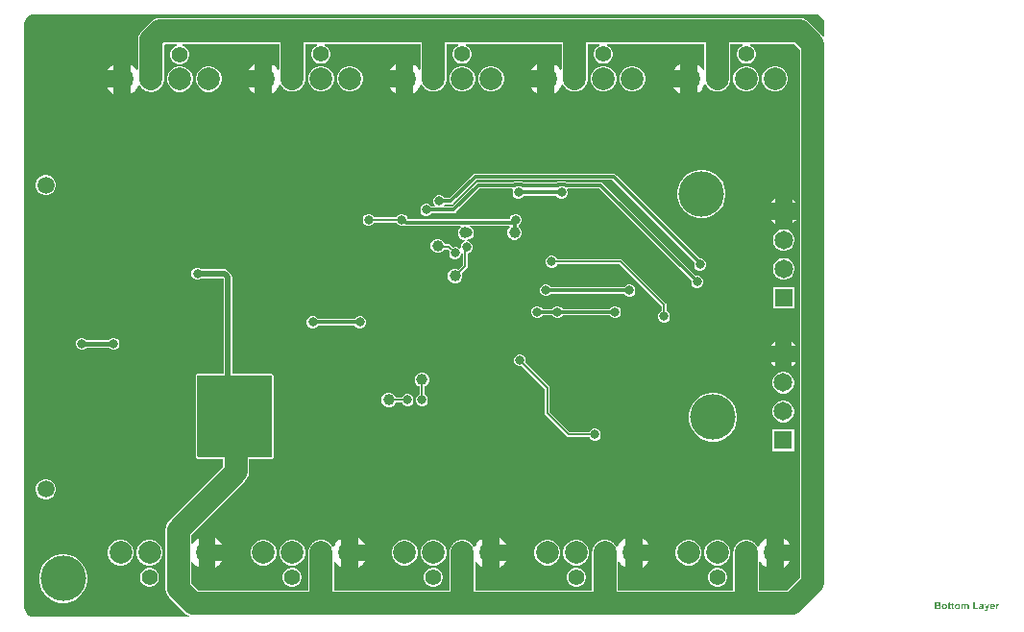
<source format=gbl>
G04*
G04 #@! TF.GenerationSoftware,Altium Limited,Altium Designer,23.3.1 (30)*
G04*
G04 Layer_Physical_Order=2*
G04 Layer_Color=16711680*
%FSLAX44Y44*%
%MOMM*%
G71*
G04*
G04 #@! TF.SameCoordinates,401C55F4-CDE4-4738-8E39-6C92FFCD4633*
G04*
G04*
G04 #@! TF.FilePolarity,Positive*
G04*
G01*
G75*
%ADD11C,0.2000*%
%ADD28C,1.0000*%
%ADD71C,0.3000*%
%ADD74C,0.5000*%
%ADD75C,0.4000*%
%ADD77C,1.6500*%
%ADD78R,1.6500X1.6500*%
%ADD79C,4.0000*%
%ADD80C,1.5000*%
%ADD81C,1.4000*%
%ADD82C,2.0000*%
%ADD83C,0.8000*%
%ADD84C,2.0000*%
%ADD85C,1.0000*%
G36*
X43020Y832585D02*
Y832563D01*
X45135Y832284D01*
X47106Y831468D01*
X48799Y830169D01*
X50098Y828476D01*
X50914Y826505D01*
X51193Y824390D01*
X51215D01*
Y813776D01*
X49945Y813345D01*
X49288Y814202D01*
X37572Y825918D01*
X35218Y827724D01*
X32476Y828860D01*
X29534Y829247D01*
X-534704D01*
X-537646Y828860D01*
X-540388Y827724D01*
X-542742Y825918D01*
X-550328Y818332D01*
X-552134Y815978D01*
X-553270Y813236D01*
X-553657Y810294D01*
Y783974D01*
X-554927Y783588D01*
X-556039Y785252D01*
X-558128Y787341D01*
X-560190Y788719D01*
Y775690D01*
Y762661D01*
X-558128Y764039D01*
X-556039Y766128D01*
X-554397Y768585D01*
X-553675Y770329D01*
X-553171Y770476D01*
X-552284Y770368D01*
X-552134Y770006D01*
X-551681Y769415D01*
X-551308Y768770D01*
X-550781Y768243D01*
X-550328Y767652D01*
X-549737Y767199D01*
X-549210Y766672D01*
X-548565Y766299D01*
X-547974Y765846D01*
X-547285Y765561D01*
X-546640Y765188D01*
X-545920Y764995D01*
X-545232Y764710D01*
X-544493Y764613D01*
X-543774Y764420D01*
X-543029D01*
X-542290Y764323D01*
X-541551Y764420D01*
X-540806D01*
X-540087Y764613D01*
X-539348Y764710D01*
X-538660Y764995D01*
X-537940Y765188D01*
X-537295Y765561D01*
X-536606Y765846D01*
X-536015Y766299D01*
X-535370Y766672D01*
X-534843Y767199D01*
X-534252Y767652D01*
X-533799Y768243D01*
X-533272Y768770D01*
X-532899Y769415D01*
X-532446Y770006D01*
X-532161Y770695D01*
X-531788Y771340D01*
X-531595Y772060D01*
X-531310Y772748D01*
X-531213Y773487D01*
X-531020Y774206D01*
Y774951D01*
X-530923Y775690D01*
Y805586D01*
X-529996Y806513D01*
X-519330D01*
X-519163Y805243D01*
X-520082Y804996D01*
X-521968Y803908D01*
X-523508Y802368D01*
X-524596Y800482D01*
X-525160Y798379D01*
Y796201D01*
X-524596Y794098D01*
X-523508Y792212D01*
X-521968Y790672D01*
X-520082Y789584D01*
X-517979Y789020D01*
X-515801D01*
X-513698Y789584D01*
X-511812Y790672D01*
X-510272Y792212D01*
X-509184Y794098D01*
X-508620Y796201D01*
Y798379D01*
X-509184Y800482D01*
X-510272Y802368D01*
X-511812Y803908D01*
X-513698Y804996D01*
X-514617Y805243D01*
X-514450Y806513D01*
X-429197D01*
Y784254D01*
X-430467Y783868D01*
X-431579Y785532D01*
X-433668Y787621D01*
X-435730Y788999D01*
Y775970D01*
Y762941D01*
X-433668Y764319D01*
X-431579Y766408D01*
X-429937Y768865D01*
X-429215Y770609D01*
X-428711Y770756D01*
X-427824Y770648D01*
X-427674Y770286D01*
X-427221Y769695D01*
X-426848Y769050D01*
X-426321Y768523D01*
X-425868Y767932D01*
X-425277Y767479D01*
X-424750Y766952D01*
X-424105Y766579D01*
X-423514Y766126D01*
X-422825Y765841D01*
X-422180Y765468D01*
X-421460Y765275D01*
X-420772Y764990D01*
X-420033Y764893D01*
X-419314Y764700D01*
X-418569D01*
X-417830Y764603D01*
X-417091Y764700D01*
X-416346D01*
X-415627Y764893D01*
X-414888Y764990D01*
X-414200Y765275D01*
X-413480Y765468D01*
X-412835Y765841D01*
X-412146Y766126D01*
X-411555Y766579D01*
X-410910Y766952D01*
X-410383Y767479D01*
X-409792Y767932D01*
X-409339Y768523D01*
X-408812Y769050D01*
X-408439Y769695D01*
X-407986Y770286D01*
X-407701Y770975D01*
X-407328Y771620D01*
X-407135Y772340D01*
X-406850Y773028D01*
X-406753Y773767D01*
X-406560Y774486D01*
Y775231D01*
X-406463Y775970D01*
Y806513D01*
X-395915D01*
X-395622Y805276D01*
X-397508Y804188D01*
X-399048Y802648D01*
X-400136Y800762D01*
X-400700Y798659D01*
Y796481D01*
X-400136Y794378D01*
X-399048Y792492D01*
X-397508Y790952D01*
X-395622Y789864D01*
X-393519Y789300D01*
X-391341D01*
X-389238Y789864D01*
X-387352Y790952D01*
X-385812Y792492D01*
X-384724Y794378D01*
X-384160Y796481D01*
Y798659D01*
X-384724Y800762D01*
X-385812Y802648D01*
X-387352Y804188D01*
X-389238Y805276D01*
X-388945Y806513D01*
X-304737D01*
Y784254D01*
X-306007Y783868D01*
X-307119Y785532D01*
X-309208Y787621D01*
X-311270Y788999D01*
Y775970D01*
Y762941D01*
X-309208Y764319D01*
X-307119Y766408D01*
X-305477Y768865D01*
X-304755Y770609D01*
X-304251Y770756D01*
X-303364Y770648D01*
X-303214Y770286D01*
X-302761Y769695D01*
X-302388Y769050D01*
X-301861Y768523D01*
X-301408Y767932D01*
X-300817Y767479D01*
X-300290Y766952D01*
X-299645Y766579D01*
X-299054Y766126D01*
X-298365Y765841D01*
X-297720Y765468D01*
X-297000Y765275D01*
X-296312Y764990D01*
X-295573Y764893D01*
X-294854Y764700D01*
X-294109D01*
X-293370Y764603D01*
X-292631Y764700D01*
X-291886D01*
X-291167Y764893D01*
X-290428Y764990D01*
X-289740Y765275D01*
X-289020Y765468D01*
X-288375Y765841D01*
X-287686Y766126D01*
X-287095Y766579D01*
X-286450Y766952D01*
X-285923Y767479D01*
X-285332Y767932D01*
X-284879Y768523D01*
X-284352Y769050D01*
X-283979Y769695D01*
X-283526Y770286D01*
X-283241Y770975D01*
X-282868Y771620D01*
X-282675Y772340D01*
X-282390Y773028D01*
X-282293Y773767D01*
X-282100Y774486D01*
Y775231D01*
X-282003Y775970D01*
Y806513D01*
X-271455D01*
X-271162Y805276D01*
X-273048Y804188D01*
X-274588Y802648D01*
X-275676Y800762D01*
X-276240Y798659D01*
Y796481D01*
X-275676Y794378D01*
X-274588Y792492D01*
X-273048Y790952D01*
X-271162Y789864D01*
X-269059Y789300D01*
X-266881D01*
X-264778Y789864D01*
X-262892Y790952D01*
X-261352Y792492D01*
X-260264Y794378D01*
X-259700Y796481D01*
Y798659D01*
X-260264Y800762D01*
X-261352Y802648D01*
X-262892Y804188D01*
X-264778Y805276D01*
X-264485Y806513D01*
X-180277D01*
Y784254D01*
X-181547Y783868D01*
X-182659Y785532D01*
X-184748Y787621D01*
X-186810Y788999D01*
Y775970D01*
Y762941D01*
X-184748Y764319D01*
X-182659Y766408D01*
X-181017Y768865D01*
X-180295Y770609D01*
X-179791Y770756D01*
X-178904Y770648D01*
X-178754Y770286D01*
X-178301Y769695D01*
X-177928Y769050D01*
X-177401Y768523D01*
X-176948Y767932D01*
X-176357Y767479D01*
X-175830Y766952D01*
X-175185Y766579D01*
X-174594Y766126D01*
X-173905Y765841D01*
X-173260Y765468D01*
X-172540Y765275D01*
X-171852Y764990D01*
X-171113Y764893D01*
X-170394Y764700D01*
X-169649D01*
X-168910Y764603D01*
X-168171Y764700D01*
X-167426D01*
X-166707Y764893D01*
X-165968Y764990D01*
X-165280Y765275D01*
X-164560Y765468D01*
X-163915Y765841D01*
X-163226Y766126D01*
X-162635Y766579D01*
X-161990Y766952D01*
X-161463Y767479D01*
X-160872Y767932D01*
X-160419Y768523D01*
X-159892Y769050D01*
X-159519Y769695D01*
X-159066Y770286D01*
X-158781Y770975D01*
X-158408Y771620D01*
X-158215Y772340D01*
X-157930Y773028D01*
X-157833Y773767D01*
X-157640Y774486D01*
Y775231D01*
X-157543Y775970D01*
Y806513D01*
X-146995D01*
X-146702Y805276D01*
X-148588Y804188D01*
X-150128Y802648D01*
X-151216Y800762D01*
X-151780Y798659D01*
Y796481D01*
X-151216Y794378D01*
X-150128Y792492D01*
X-148588Y790952D01*
X-146702Y789864D01*
X-144599Y789300D01*
X-142421D01*
X-140318Y789864D01*
X-138432Y790952D01*
X-136892Y792492D01*
X-135804Y794378D01*
X-135240Y796481D01*
Y798659D01*
X-135804Y800762D01*
X-136892Y802648D01*
X-138432Y804188D01*
X-140318Y805276D01*
X-140025Y806513D01*
X-54547D01*
Y784254D01*
X-55817Y783868D01*
X-56929Y785532D01*
X-59018Y787621D01*
X-61080Y788999D01*
Y775970D01*
Y762941D01*
X-59018Y764319D01*
X-56929Y766408D01*
X-55287Y768865D01*
X-54565Y770609D01*
X-54061Y770756D01*
X-53174Y770648D01*
X-53024Y770286D01*
X-52571Y769695D01*
X-52198Y769050D01*
X-51671Y768523D01*
X-51218Y767932D01*
X-50627Y767479D01*
X-50100Y766952D01*
X-49455Y766579D01*
X-48864Y766126D01*
X-48175Y765841D01*
X-47530Y765468D01*
X-46810Y765275D01*
X-46122Y764990D01*
X-45383Y764893D01*
X-44664Y764700D01*
X-43919D01*
X-43180Y764603D01*
X-42441Y764700D01*
X-41696D01*
X-40977Y764893D01*
X-40238Y764990D01*
X-39550Y765275D01*
X-38830Y765468D01*
X-38185Y765841D01*
X-37496Y766126D01*
X-36905Y766579D01*
X-36260Y766952D01*
X-35733Y767479D01*
X-35142Y767932D01*
X-34689Y768523D01*
X-34162Y769050D01*
X-33789Y769695D01*
X-33336Y770286D01*
X-33051Y770975D01*
X-32678Y771620D01*
X-32485Y772340D01*
X-32200Y773028D01*
X-32103Y773767D01*
X-31910Y774486D01*
Y775231D01*
X-31813Y775970D01*
Y806513D01*
X-21265D01*
X-20972Y805276D01*
X-22858Y804188D01*
X-24398Y802648D01*
X-25486Y800762D01*
X-26050Y798659D01*
Y796481D01*
X-25486Y794378D01*
X-24398Y792492D01*
X-22858Y790952D01*
X-20972Y789864D01*
X-18869Y789300D01*
X-16691D01*
X-14588Y789864D01*
X-12702Y790952D01*
X-11162Y792492D01*
X-10074Y794378D01*
X-9510Y796481D01*
Y798659D01*
X-10074Y800762D01*
X-11162Y802648D01*
X-12702Y804188D01*
X-14588Y805276D01*
X-14295Y806513D01*
X24826D01*
X29883Y801456D01*
Y336179D01*
X18762Y325057D01*
X-6413D01*
Y349856D01*
X-5143Y350242D01*
X-4031Y348578D01*
X-1942Y346489D01*
X120Y345111D01*
Y358140D01*
Y371169D01*
X-1942Y369791D01*
X-4031Y367702D01*
X-5673Y365245D01*
X-6395Y363501D01*
X-6899Y363354D01*
X-7786Y363462D01*
X-7936Y363824D01*
X-8389Y364415D01*
X-8762Y365060D01*
X-9289Y365587D01*
X-9742Y366178D01*
X-10333Y366631D01*
X-10860Y367158D01*
X-11505Y367531D01*
X-12096Y367984D01*
X-12785Y368269D01*
X-13430Y368642D01*
X-14150Y368835D01*
X-14838Y369120D01*
X-15577Y369217D01*
X-16296Y369410D01*
X-17041D01*
X-17780Y369507D01*
X-18519Y369410D01*
X-19264D01*
X-19983Y369217D01*
X-20722Y369120D01*
X-21410Y368835D01*
X-22130Y368642D01*
X-22775Y368269D01*
X-23464Y367984D01*
X-24055Y367531D01*
X-24700Y367158D01*
X-25227Y366631D01*
X-25818Y366178D01*
X-26271Y365587D01*
X-26798Y365060D01*
X-27171Y364415D01*
X-27624Y363824D01*
X-27909Y363135D01*
X-28282Y362490D01*
X-28475Y361770D01*
X-28760Y361082D01*
X-28857Y360343D01*
X-29050Y359624D01*
Y358879D01*
X-29147Y358140D01*
Y325057D01*
X-130873D01*
Y349856D01*
X-129603Y350242D01*
X-128491Y348578D01*
X-126402Y346489D01*
X-124340Y345111D01*
Y358140D01*
Y371169D01*
X-126402Y369791D01*
X-128491Y367702D01*
X-130133Y365245D01*
X-130855Y363501D01*
X-131359Y363354D01*
X-132246Y363462D01*
X-132396Y363824D01*
X-132849Y364415D01*
X-133222Y365060D01*
X-133749Y365587D01*
X-134202Y366178D01*
X-134793Y366631D01*
X-135320Y367158D01*
X-135965Y367531D01*
X-136556Y367984D01*
X-137245Y368269D01*
X-137890Y368642D01*
X-138610Y368835D01*
X-139298Y369120D01*
X-140037Y369217D01*
X-140756Y369410D01*
X-141501D01*
X-142240Y369507D01*
X-142979Y369410D01*
X-143724D01*
X-144443Y369217D01*
X-145182Y369120D01*
X-145870Y368835D01*
X-146590Y368642D01*
X-147235Y368269D01*
X-147924Y367984D01*
X-148515Y367531D01*
X-149160Y367158D01*
X-149687Y366631D01*
X-150278Y366178D01*
X-150731Y365587D01*
X-151258Y365060D01*
X-151631Y364415D01*
X-152084Y363824D01*
X-152369Y363135D01*
X-152742Y362490D01*
X-152935Y361770D01*
X-153220Y361082D01*
X-153317Y360343D01*
X-153510Y359624D01*
Y358879D01*
X-153607Y358140D01*
Y325057D01*
X-256603D01*
Y349856D01*
X-255333Y350242D01*
X-254221Y348578D01*
X-252132Y346489D01*
X-250070Y345111D01*
Y358140D01*
Y371169D01*
X-252132Y369791D01*
X-254221Y367702D01*
X-255863Y365245D01*
X-256585Y363501D01*
X-257089Y363354D01*
X-257976Y363462D01*
X-258126Y363824D01*
X-258579Y364415D01*
X-258952Y365060D01*
X-259479Y365587D01*
X-259932Y366178D01*
X-260523Y366631D01*
X-261050Y367158D01*
X-261695Y367531D01*
X-262286Y367984D01*
X-262975Y368269D01*
X-263620Y368642D01*
X-264340Y368835D01*
X-265028Y369120D01*
X-265767Y369217D01*
X-266486Y369410D01*
X-267231D01*
X-267970Y369507D01*
X-268709Y369410D01*
X-269454D01*
X-270173Y369217D01*
X-270912Y369120D01*
X-271600Y368835D01*
X-272320Y368642D01*
X-272965Y368269D01*
X-273654Y367984D01*
X-274245Y367531D01*
X-274890Y367158D01*
X-275417Y366631D01*
X-276008Y366178D01*
X-276461Y365587D01*
X-276988Y365060D01*
X-277361Y364415D01*
X-277814Y363824D01*
X-278099Y363135D01*
X-278472Y362490D01*
X-278665Y361770D01*
X-278950Y361082D01*
X-279047Y360343D01*
X-279240Y359624D01*
Y358879D01*
X-279337Y358140D01*
Y325057D01*
X-381063D01*
Y349856D01*
X-379793Y350242D01*
X-378681Y348578D01*
X-376592Y346489D01*
X-374530Y345111D01*
Y358140D01*
Y371169D01*
X-376592Y369791D01*
X-378681Y367702D01*
X-380323Y365245D01*
X-381045Y363501D01*
X-381549Y363354D01*
X-382436Y363462D01*
X-382586Y363824D01*
X-383039Y364415D01*
X-383412Y365060D01*
X-383939Y365587D01*
X-384392Y366178D01*
X-384983Y366631D01*
X-385510Y367158D01*
X-386155Y367531D01*
X-386746Y367984D01*
X-387435Y368269D01*
X-388080Y368642D01*
X-388800Y368835D01*
X-389488Y369120D01*
X-390227Y369217D01*
X-390946Y369410D01*
X-391691D01*
X-392430Y369507D01*
X-393169Y369410D01*
X-393914D01*
X-394633Y369217D01*
X-395372Y369120D01*
X-396060Y368835D01*
X-396780Y368642D01*
X-397425Y368269D01*
X-398114Y367984D01*
X-398705Y367531D01*
X-399350Y367158D01*
X-399877Y366631D01*
X-400468Y366178D01*
X-400921Y365587D01*
X-401448Y365060D01*
X-401821Y364415D01*
X-402274Y363824D01*
X-402559Y363135D01*
X-402932Y362490D01*
X-403125Y361770D01*
X-403410Y361082D01*
X-403507Y360343D01*
X-403700Y359624D01*
Y358879D01*
X-403797Y358140D01*
Y325057D01*
X-500751D01*
X-506953Y331258D01*
Y349856D01*
X-505683Y350242D01*
X-504571Y348578D01*
X-502482Y346489D01*
X-500420Y345111D01*
Y358140D01*
Y371169D01*
X-502482Y369791D01*
X-504571Y367702D01*
X-505683Y366039D01*
X-506953Y366424D01*
Y373592D01*
X-459322Y421222D01*
X-457516Y423576D01*
X-456380Y426318D01*
X-455993Y429260D01*
Y440585D01*
X-435610D01*
X-434638Y440988D01*
X-434235Y441960D01*
Y514350D01*
X-434638Y515322D01*
X-435610Y515725D01*
X-470686D01*
Y601141D01*
X-470979Y602612D01*
X-471812Y603859D01*
X-471812Y603859D01*
X-474741Y606788D01*
X-475988Y607621D01*
X-477459Y607914D01*
X-477459Y607914D01*
X-497641D01*
X-498265Y608538D01*
X-500202Y609340D01*
X-502298D01*
X-504235Y608538D01*
X-505718Y607055D01*
X-506520Y605118D01*
Y603022D01*
X-505718Y601085D01*
X-504235Y599602D01*
X-502298Y598800D01*
X-500202D01*
X-498265Y599602D01*
X-497641Y600226D01*
X-479051D01*
X-478374Y599549D01*
Y515725D01*
X-501650D01*
X-502622Y515322D01*
X-503025Y514350D01*
Y443230D01*
X-503025Y443230D01*
X-502622Y442258D01*
X-502622Y442258D01*
X-501352Y440988D01*
X-500380Y440585D01*
X-500380Y440585D01*
X-478727D01*
Y433969D01*
X-526358Y386338D01*
X-528164Y383984D01*
X-529300Y381242D01*
X-529687Y378300D01*
Y358140D01*
Y326550D01*
X-529300Y323608D01*
X-528164Y320866D01*
X-526358Y318512D01*
X-513498Y305652D01*
X-511144Y303846D01*
X-508402Y302710D01*
X-508695Y301525D01*
X-644469D01*
X-645739Y301547D01*
X-645739Y301547D01*
X-645739Y301547D01*
X-647855Y301826D01*
X-649826Y302642D01*
X-651518Y303941D01*
X-652817Y305634D01*
X-653634Y307605D01*
X-653912Y309720D01*
X-653935D01*
Y824390D01*
X-653912D01*
X-653634Y826505D01*
X-652817Y828476D01*
X-651518Y830169D01*
X-649826Y831468D01*
X-647855Y832284D01*
X-645739Y832563D01*
X-645739Y832563D01*
Y832563D01*
X-644469Y832585D01*
X43020Y832585D01*
D02*
G37*
G36*
X-435610Y441960D02*
X-500380D01*
X-501650Y443230D01*
Y514350D01*
X-435610D01*
Y441960D01*
D02*
G37*
G36*
X177105Y313087D02*
X177153Y313080D01*
X177271Y313066D01*
X177403Y313045D01*
X177548Y313003D01*
X177694Y312955D01*
X177833Y312886D01*
X177840D01*
X177847Y312879D01*
X177888Y312844D01*
X177950Y312795D01*
X178034Y312733D01*
X178117Y312643D01*
X178207Y312539D01*
X178290Y312414D01*
X178360Y312275D01*
X178367Y312262D01*
X178374Y312241D01*
X178381Y312220D01*
X178387Y312185D01*
X178401Y312144D01*
X178415Y312102D01*
X178429Y312047D01*
X178436Y311977D01*
X178450Y311908D01*
X178464Y311832D01*
X178471Y311741D01*
X178477Y311651D01*
X178484Y311547D01*
X178491Y311429D01*
Y311311D01*
Y308351D01*
X177264D01*
Y311000D01*
Y311006D01*
Y311027D01*
Y311062D01*
Y311110D01*
X177257Y311166D01*
Y311228D01*
X177250Y311374D01*
X177229Y311520D01*
X177209Y311672D01*
X177195Y311735D01*
X177174Y311797D01*
X177153Y311852D01*
X177132Y311894D01*
X177125Y311908D01*
X177098Y311936D01*
X177063Y311977D01*
X177008Y312026D01*
X176931Y312074D01*
X176841Y312116D01*
X176737Y312144D01*
X176612Y312157D01*
X176571D01*
X176522Y312150D01*
X176453Y312137D01*
X176383Y312116D01*
X176300Y312088D01*
X176217Y312054D01*
X176127Y311998D01*
X176120Y311991D01*
X176092Y311970D01*
X176051Y311929D01*
X176002Y311880D01*
X175947Y311818D01*
X175891Y311735D01*
X175842Y311644D01*
X175801Y311533D01*
X175794Y311520D01*
Y311499D01*
X175787Y311478D01*
X175780Y311443D01*
X175773Y311402D01*
X175759Y311360D01*
X175752Y311305D01*
X175746Y311242D01*
X175732Y311166D01*
X175725Y311090D01*
X175718Y311006D01*
X175711Y310909D01*
Y310805D01*
X175704Y310694D01*
Y310576D01*
Y308351D01*
X174477D01*
Y310889D01*
Y310895D01*
Y310916D01*
Y310951D01*
Y311000D01*
Y311055D01*
Y311117D01*
X174470Y311256D01*
X174463Y311402D01*
X174449Y311547D01*
X174442Y311610D01*
X174428Y311672D01*
X174421Y311721D01*
X174407Y311762D01*
Y311769D01*
X174393Y311797D01*
X174379Y311832D01*
X174359Y311873D01*
X174296Y311970D01*
X174255Y312019D01*
X174206Y312060D01*
X174199Y312067D01*
X174178Y312074D01*
X174151Y312088D01*
X174109Y312109D01*
X174053Y312130D01*
X173991Y312144D01*
X173915Y312150D01*
X173832Y312157D01*
X173783D01*
X173728Y312150D01*
X173658Y312137D01*
X173582Y312116D01*
X173499Y312088D01*
X173409Y312054D01*
X173319Y311998D01*
X173312Y311991D01*
X173284Y311970D01*
X173242Y311936D01*
X173194Y311887D01*
X173145Y311825D01*
X173090Y311748D01*
X173041Y311658D01*
X172999Y311554D01*
X172993Y311540D01*
Y311527D01*
X172986Y311499D01*
X172979Y311471D01*
X172972Y311429D01*
X172958Y311381D01*
X172951Y311332D01*
X172944Y311270D01*
X172930Y311201D01*
X172923Y311117D01*
X172916Y311034D01*
X172909Y310937D01*
Y310833D01*
X172902Y310722D01*
Y310604D01*
Y308351D01*
X171675D01*
Y312990D01*
X172805D01*
Y312352D01*
X172812Y312359D01*
X172833Y312386D01*
X172868Y312421D01*
X172916Y312470D01*
X172972Y312525D01*
X173041Y312587D01*
X173124Y312657D01*
X173214Y312726D01*
X173312Y312795D01*
X173423Y312858D01*
X173540Y312920D01*
X173665Y312976D01*
X173804Y313024D01*
X173943Y313059D01*
X174095Y313087D01*
X174248Y313094D01*
X174324D01*
X174359Y313087D01*
X174407D01*
X174511Y313073D01*
X174629Y313045D01*
X174761Y313017D01*
X174893Y312969D01*
X175017Y312906D01*
X175024D01*
X175031Y312899D01*
X175073Y312872D01*
X175135Y312830D01*
X175212Y312768D01*
X175295Y312691D01*
X175385Y312594D01*
X175475Y312483D01*
X175558Y312352D01*
X175565Y312359D01*
X175572Y312365D01*
X175586Y312386D01*
X175614Y312414D01*
X175676Y312476D01*
X175752Y312560D01*
X175856Y312650D01*
X175967Y312747D01*
X176085Y312830D01*
X176217Y312906D01*
X176224D01*
X176231Y312913D01*
X176252Y312927D01*
X176279Y312934D01*
X176349Y312969D01*
X176446Y313003D01*
X176557Y313031D01*
X176688Y313066D01*
X176827Y313087D01*
X176973Y313094D01*
X177056D01*
X177105Y313087D01*
D02*
G37*
G36*
X204821D02*
X204862Y313080D01*
X204966Y313066D01*
X205091Y313038D01*
X205230Y312997D01*
X205375Y312934D01*
X205521Y312858D01*
X205140Y311790D01*
X205126Y311797D01*
X205084Y311825D01*
X205029Y311852D01*
X204952Y311894D01*
X204862Y311929D01*
X204765Y311963D01*
X204668Y311984D01*
X204564Y311991D01*
X204522D01*
X204474Y311984D01*
X204412Y311970D01*
X204342Y311956D01*
X204273Y311929D01*
X204196Y311894D01*
X204127Y311845D01*
X204120Y311838D01*
X204099Y311818D01*
X204065Y311783D01*
X204023Y311728D01*
X203981Y311658D01*
X203933Y311568D01*
X203885Y311464D01*
X203843Y311332D01*
Y311325D01*
X203836Y311311D01*
Y311291D01*
X203829Y311256D01*
X203822Y311214D01*
X203815Y311152D01*
X203801Y311083D01*
X203794Y311000D01*
X203787Y310902D01*
X203773Y310791D01*
X203767Y310667D01*
X203760Y310521D01*
X203753Y310361D01*
Y310188D01*
X203746Y309994D01*
Y309779D01*
Y308351D01*
X202518D01*
Y312990D01*
X203656D01*
Y312324D01*
X203663Y312331D01*
X203669Y312345D01*
X203683Y312365D01*
X203704Y312400D01*
X203760Y312483D01*
X203829Y312581D01*
X203912Y312684D01*
X203995Y312782D01*
X204086Y312872D01*
X204134Y312913D01*
X204176Y312941D01*
X204190Y312948D01*
X204217Y312962D01*
X204266Y312990D01*
X204328Y313017D01*
X204412Y313045D01*
X204502Y313073D01*
X204599Y313087D01*
X204710Y313094D01*
X204779D01*
X204821Y313087D01*
D02*
G37*
G36*
X195175Y308524D02*
X194877Y307720D01*
Y307713D01*
X194870Y307699D01*
X194863Y307678D01*
X194849Y307650D01*
X194821Y307581D01*
X194780Y307491D01*
X194731Y307394D01*
X194683Y307290D01*
X194627Y307193D01*
X194572Y307102D01*
X194565Y307096D01*
X194544Y307068D01*
X194516Y307026D01*
X194475Y306978D01*
X194426Y306922D01*
X194371Y306867D01*
X194301Y306811D01*
X194232Y306756D01*
X194225Y306749D01*
X194197Y306735D01*
X194156Y306707D01*
X194107Y306679D01*
X194038Y306645D01*
X193955Y306610D01*
X193864Y306575D01*
X193768Y306548D01*
X193754D01*
X193719Y306534D01*
X193663Y306527D01*
X193587Y306513D01*
X193497Y306499D01*
X193393Y306485D01*
X193275Y306478D01*
X193143Y306471D01*
X193081D01*
X193012Y306478D01*
X192928D01*
X192817Y306492D01*
X192707Y306506D01*
X192582Y306520D01*
X192457Y306548D01*
X192346Y307512D01*
X192360D01*
X192395Y307505D01*
X192450Y307491D01*
X192519Y307484D01*
X192596Y307470D01*
X192686Y307456D01*
X192859Y307449D01*
X192901D01*
X192928Y307456D01*
X193005Y307463D01*
X193102Y307484D01*
X193199Y307512D01*
X193310Y307560D01*
X193407Y307623D01*
X193490Y307706D01*
X193497Y307720D01*
X193525Y307754D01*
X193559Y307803D01*
X193608Y307879D01*
X193657Y307969D01*
X193712Y308080D01*
X193761Y308198D01*
X193802Y308337D01*
X192048Y312990D01*
X193351D01*
X194454Y309689D01*
X195543Y312990D01*
X196812D01*
X195175Y308524D01*
D02*
G37*
G36*
X189669Y313087D02*
X189753D01*
X189836Y313080D01*
X189933Y313066D01*
X190134Y313045D01*
X190335Y313010D01*
X190529Y312962D01*
X190612Y312927D01*
X190696Y312892D01*
X190702D01*
X190716Y312886D01*
X190737Y312872D01*
X190758Y312858D01*
X190834Y312816D01*
X190917Y312761D01*
X191015Y312684D01*
X191105Y312601D01*
X191195Y312504D01*
X191264Y312400D01*
X191271Y312386D01*
X191278Y312365D01*
X191292Y312345D01*
X191306Y312310D01*
X191320Y312262D01*
X191334Y312213D01*
X191347Y312150D01*
X191361Y312081D01*
X191375Y312005D01*
X191389Y311915D01*
X191403Y311811D01*
X191417Y311700D01*
X191424Y311582D01*
X191431Y311450D01*
Y311305D01*
X191410Y309869D01*
Y309862D01*
Y309841D01*
Y309814D01*
Y309772D01*
Y309717D01*
Y309661D01*
X191417Y309529D01*
X191424Y309384D01*
X191431Y309231D01*
X191444Y309093D01*
X191458Y309023D01*
X191465Y308968D01*
Y308954D01*
X191479Y308919D01*
X191493Y308857D01*
X191514Y308780D01*
X191542Y308690D01*
X191583Y308586D01*
X191632Y308468D01*
X191687Y308351D01*
X190474D01*
Y308358D01*
X190467Y308371D01*
X190453Y308399D01*
X190439Y308441D01*
X190425Y308489D01*
X190397Y308552D01*
X190377Y308628D01*
X190349Y308711D01*
Y308718D01*
X190342Y308732D01*
X190335Y308774D01*
X190321Y308822D01*
X190314Y308843D01*
X190307Y308857D01*
X190293Y308843D01*
X190252Y308808D01*
X190189Y308753D01*
X190106Y308683D01*
X190009Y308614D01*
X189891Y308538D01*
X189766Y308461D01*
X189635Y308399D01*
X189628D01*
X189621Y308392D01*
X189600Y308385D01*
X189572Y308378D01*
X189503Y308351D01*
X189406Y308323D01*
X189295Y308295D01*
X189163Y308267D01*
X189025Y308253D01*
X188872Y308247D01*
X188803D01*
X188754Y308253D01*
X188692Y308260D01*
X188622Y308267D01*
X188546Y308281D01*
X188463Y308295D01*
X188283Y308337D01*
X188095Y308406D01*
X187998Y308455D01*
X187908Y308503D01*
X187825Y308559D01*
X187742Y308628D01*
X187735Y308635D01*
X187721Y308649D01*
X187707Y308670D01*
X187679Y308697D01*
X187645Y308739D01*
X187610Y308780D01*
X187575Y308836D01*
X187540Y308898D01*
X187499Y308968D01*
X187464Y309037D01*
X187395Y309210D01*
X187367Y309301D01*
X187353Y309398D01*
X187339Y309502D01*
X187332Y309613D01*
Y309620D01*
Y309633D01*
Y309654D01*
Y309682D01*
X187339Y309751D01*
X187353Y309848D01*
X187381Y309959D01*
X187409Y310077D01*
X187457Y310195D01*
X187520Y310313D01*
Y310320D01*
X187527Y310327D01*
X187554Y310361D01*
X187596Y310417D01*
X187658Y310486D01*
X187728Y310563D01*
X187818Y310639D01*
X187922Y310715D01*
X188040Y310778D01*
X188047D01*
X188054Y310784D01*
X188074Y310791D01*
X188102Y310805D01*
X188137Y310819D01*
X188179Y310840D01*
X188234Y310854D01*
X188289Y310875D01*
X188352Y310895D01*
X188428Y310923D01*
X188511Y310944D01*
X188594Y310972D01*
X188692Y310993D01*
X188796Y311020D01*
X188900Y311048D01*
X189018Y311069D01*
X189025D01*
X189052Y311076D01*
X189101Y311083D01*
X189156Y311096D01*
X189226Y311110D01*
X189309Y311124D01*
X189399Y311145D01*
X189496Y311166D01*
X189690Y311214D01*
X189891Y311263D01*
X189981Y311291D01*
X190072Y311318D01*
X190148Y311346D01*
X190217Y311374D01*
Y311492D01*
Y311499D01*
Y311506D01*
Y311554D01*
X190210Y311617D01*
X190196Y311693D01*
X190175Y311776D01*
X190141Y311859D01*
X190099Y311943D01*
X190037Y312005D01*
X190030Y312012D01*
X190002Y312026D01*
X189954Y312054D01*
X189891Y312081D01*
X189801Y312109D01*
X189683Y312137D01*
X189614Y312144D01*
X189545Y312150D01*
X189461Y312157D01*
X189316D01*
X189253Y312150D01*
X189184Y312144D01*
X189101Y312123D01*
X189011Y312102D01*
X188927Y312067D01*
X188851Y312026D01*
X188844Y312019D01*
X188823Y311998D01*
X188789Y311970D01*
X188747Y311922D01*
X188699Y311859D01*
X188650Y311776D01*
X188601Y311679D01*
X188560Y311568D01*
X187457Y311769D01*
Y311776D01*
X187464Y311797D01*
X187478Y311832D01*
X187492Y311880D01*
X187513Y311936D01*
X187540Y311998D01*
X187610Y312144D01*
X187700Y312310D01*
X187811Y312476D01*
X187943Y312629D01*
X188019Y312705D01*
X188102Y312768D01*
X188109Y312775D01*
X188123Y312782D01*
X188151Y312795D01*
X188185Y312816D01*
X188234Y312844D01*
X188296Y312872D01*
X188366Y312899D01*
X188442Y312934D01*
X188539Y312962D01*
X188636Y312990D01*
X188747Y313017D01*
X188872Y313045D01*
X189004Y313066D01*
X189149Y313080D01*
X189302Y313094D01*
X189607D01*
X189669Y313087D01*
D02*
G37*
G36*
X183533Y309432D02*
X186743D01*
Y308351D01*
X182243D01*
Y314695D01*
X183533D01*
Y309432D01*
D02*
G37*
G36*
X151358Y314744D02*
X151441D01*
X151628Y314737D01*
X151816Y314723D01*
X151996Y314702D01*
X152072Y314695D01*
X152148Y314681D01*
X152162D01*
X152183Y314675D01*
X152211Y314668D01*
X152280Y314654D01*
X152370Y314626D01*
X152474Y314591D01*
X152585Y314543D01*
X152703Y314487D01*
X152814Y314418D01*
X152821D01*
X152828Y314411D01*
X152863Y314383D01*
X152918Y314335D01*
X152987Y314279D01*
X153064Y314196D01*
X153147Y314106D01*
X153230Y314002D01*
X153306Y313884D01*
Y313877D01*
X153313Y313870D01*
X153327Y313849D01*
X153341Y313829D01*
X153369Y313759D01*
X153410Y313669D01*
X153445Y313558D01*
X153480Y313426D01*
X153501Y313288D01*
X153507Y313135D01*
Y313128D01*
Y313114D01*
Y313094D01*
X153501Y313059D01*
Y313017D01*
X153494Y312976D01*
X153480Y312865D01*
X153445Y312733D01*
X153404Y312594D01*
X153348Y312456D01*
X153265Y312310D01*
Y312303D01*
X153251Y312296D01*
X153237Y312275D01*
X153223Y312248D01*
X153168Y312185D01*
X153091Y312102D01*
X152994Y312012D01*
X152883Y311915D01*
X152752Y311825D01*
X152606Y311748D01*
X152613D01*
X152634Y311741D01*
X152662Y311728D01*
X152703Y311714D01*
X152752Y311693D01*
X152807Y311672D01*
X152939Y311610D01*
X153078Y311533D01*
X153230Y311429D01*
X153376Y311311D01*
X153501Y311166D01*
X153507Y311159D01*
X153514Y311145D01*
X153528Y311124D01*
X153549Y311096D01*
X153577Y311055D01*
X153605Y311006D01*
X153632Y310951D01*
X153660Y310895D01*
X153715Y310750D01*
X153771Y310590D01*
X153806Y310403D01*
X153820Y310306D01*
Y310202D01*
Y310195D01*
Y310181D01*
Y310160D01*
Y310126D01*
X153813Y310091D01*
X153806Y310042D01*
X153792Y309932D01*
X153771Y309800D01*
X153729Y309661D01*
X153681Y309509D01*
X153611Y309349D01*
Y309342D01*
X153605Y309328D01*
X153591Y309307D01*
X153577Y309280D01*
X153528Y309203D01*
X153466Y309113D01*
X153390Y309009D01*
X153293Y308898D01*
X153182Y308787D01*
X153057Y308690D01*
X153050D01*
X153043Y308683D01*
X153022Y308670D01*
X152994Y308649D01*
X152960Y308635D01*
X152918Y308614D01*
X152821Y308566D01*
X152696Y308510D01*
X152544Y308461D01*
X152377Y308420D01*
X152190Y308392D01*
X152155D01*
X152121Y308385D01*
X152079D01*
X152024Y308378D01*
X151954D01*
X151878Y308371D01*
X151781D01*
X151670Y308365D01*
X151545D01*
X151399Y308358D01*
X151060D01*
X150859Y308351D01*
X148459D01*
Y314751D01*
X151275D01*
X151358Y314744D01*
D02*
G37*
G36*
X199460Y313087D02*
X199537Y313080D01*
X199620Y313073D01*
X199724Y313059D01*
X199835Y313038D01*
X199953Y313010D01*
X200084Y312969D01*
X200216Y312927D01*
X200348Y312872D01*
X200487Y312802D01*
X200618Y312726D01*
X200750Y312636D01*
X200875Y312525D01*
X200993Y312407D01*
X201000Y312400D01*
X201021Y312372D01*
X201048Y312338D01*
X201083Y312282D01*
X201132Y312206D01*
X201180Y312116D01*
X201236Y312012D01*
X201291Y311894D01*
X201346Y311755D01*
X201395Y311596D01*
X201444Y311429D01*
X201485Y311242D01*
X201520Y311034D01*
X201548Y310812D01*
X201568Y310576D01*
Y310320D01*
X198497D01*
Y310313D01*
Y310299D01*
Y310264D01*
X198503Y310230D01*
X198510Y310181D01*
X198517Y310126D01*
X198538Y310008D01*
X198573Y309869D01*
X198621Y309724D01*
X198691Y309585D01*
X198788Y309460D01*
X198795D01*
X198802Y309446D01*
X198836Y309412D01*
X198899Y309363D01*
X198982Y309314D01*
X199086Y309259D01*
X199211Y309210D01*
X199349Y309176D01*
X199426Y309169D01*
X199502Y309162D01*
X199551D01*
X199599Y309169D01*
X199669Y309183D01*
X199745Y309197D01*
X199821Y309224D01*
X199904Y309266D01*
X199981Y309314D01*
X199987Y309321D01*
X200015Y309342D01*
X200050Y309384D01*
X200091Y309439D01*
X200147Y309509D01*
X200196Y309599D01*
X200244Y309703D01*
X200286Y309828D01*
X201506Y309620D01*
Y309613D01*
X201492Y309592D01*
X201478Y309557D01*
X201464Y309509D01*
X201437Y309453D01*
X201402Y309391D01*
X201367Y309314D01*
X201326Y309238D01*
X201222Y309072D01*
X201090Y308905D01*
X200937Y308739D01*
X200847Y308663D01*
X200757Y308593D01*
X200750Y308586D01*
X200736Y308579D01*
X200709Y308559D01*
X200667Y308538D01*
X200618Y308510D01*
X200556Y308482D01*
X200487Y308455D01*
X200410Y308420D01*
X200320Y308385D01*
X200223Y308358D01*
X200119Y308330D01*
X200008Y308302D01*
X199890Y308281D01*
X199759Y308260D01*
X199627Y308253D01*
X199488Y308247D01*
X199433D01*
X199370Y308253D01*
X199287Y308260D01*
X199190Y308267D01*
X199072Y308288D01*
X198947Y308309D01*
X198809Y308344D01*
X198663Y308385D01*
X198517Y308441D01*
X198372Y308503D01*
X198219Y308579D01*
X198081Y308670D01*
X197942Y308774D01*
X197817Y308892D01*
X197699Y309030D01*
X197692Y309037D01*
X197678Y309058D01*
X197658Y309093D01*
X197630Y309148D01*
X197595Y309210D01*
X197554Y309280D01*
X197512Y309370D01*
X197470Y309467D01*
X197429Y309578D01*
X197387Y309703D01*
X197346Y309834D01*
X197311Y309973D01*
X197283Y310126D01*
X197262Y310285D01*
X197248Y310459D01*
X197241Y310632D01*
Y310646D01*
Y310681D01*
X197248Y310743D01*
Y310819D01*
X197262Y310916D01*
X197276Y311034D01*
X197290Y311152D01*
X197318Y311291D01*
X197346Y311429D01*
X197387Y311575D01*
X197436Y311728D01*
X197491Y311880D01*
X197561Y312026D01*
X197644Y312171D01*
X197734Y312310D01*
X197838Y312435D01*
X197845Y312442D01*
X197866Y312463D01*
X197900Y312497D01*
X197949Y312539D01*
X198004Y312587D01*
X198081Y312643D01*
X198164Y312705D01*
X198254Y312768D01*
X198358Y312823D01*
X198476Y312886D01*
X198601Y312941D01*
X198739Y312990D01*
X198878Y313031D01*
X199030Y313066D01*
X199197Y313087D01*
X199363Y313094D01*
X199412D01*
X199460Y313087D01*
D02*
G37*
G36*
X168513D02*
X168582Y313080D01*
X168673Y313073D01*
X168777Y313059D01*
X168895Y313038D01*
X169019Y313010D01*
X169151Y312969D01*
X169290Y312927D01*
X169435Y312872D01*
X169574Y312802D01*
X169720Y312726D01*
X169865Y312636D01*
X169997Y312525D01*
X170129Y312407D01*
X170136Y312400D01*
X170156Y312372D01*
X170191Y312338D01*
X170233Y312282D01*
X170288Y312213D01*
X170344Y312137D01*
X170399Y312040D01*
X170469Y311936D01*
X170531Y311818D01*
X170586Y311686D01*
X170649Y311540D01*
X170697Y311388D01*
X170739Y311228D01*
X170774Y311055D01*
X170795Y310875D01*
X170801Y310681D01*
Y310667D01*
Y310632D01*
X170795Y310576D01*
Y310507D01*
X170781Y310417D01*
X170767Y310313D01*
X170746Y310195D01*
X170718Y310070D01*
X170683Y309932D01*
X170635Y309793D01*
X170579Y309647D01*
X170517Y309502D01*
X170434Y309349D01*
X170344Y309210D01*
X170240Y309065D01*
X170122Y308933D01*
X170115Y308926D01*
X170094Y308905D01*
X170053Y308871D01*
X169997Y308829D01*
X169935Y308774D01*
X169851Y308718D01*
X169761Y308656D01*
X169657Y308593D01*
X169539Y308524D01*
X169408Y308461D01*
X169269Y308406D01*
X169116Y308358D01*
X168957Y308309D01*
X168783Y308274D01*
X168603Y308253D01*
X168416Y308247D01*
X168354D01*
X168305Y308253D01*
X168250D01*
X168187Y308260D01*
X168111Y308267D01*
X168028Y308281D01*
X167840Y308316D01*
X167633Y308365D01*
X167418Y308434D01*
X167202Y308531D01*
X167196Y308538D01*
X167175Y308545D01*
X167147Y308559D01*
X167106Y308586D01*
X167057Y308614D01*
X167008Y308656D01*
X166877Y308746D01*
X166738Y308864D01*
X166592Y309009D01*
X166454Y309183D01*
X166329Y309377D01*
Y309384D01*
X166315Y309405D01*
X166301Y309432D01*
X166280Y309474D01*
X166259Y309529D01*
X166232Y309592D01*
X166211Y309668D01*
X166183Y309751D01*
X166155Y309848D01*
X166128Y309952D01*
X166100Y310063D01*
X166079Y310181D01*
X166058Y310306D01*
X166045Y310445D01*
X166038Y310583D01*
X166031Y310729D01*
Y310736D01*
Y310757D01*
Y310791D01*
X166038Y310833D01*
Y310889D01*
X166045Y310958D01*
X166058Y311027D01*
X166065Y311110D01*
X166107Y311291D01*
X166155Y311492D01*
X166232Y311700D01*
X166273Y311811D01*
X166329Y311915D01*
X166336Y311922D01*
X166343Y311943D01*
X166364Y311970D01*
X166384Y312012D01*
X166412Y312060D01*
X166454Y312116D01*
X166544Y312241D01*
X166669Y312379D01*
X166814Y312525D01*
X166981Y312664D01*
X167175Y312789D01*
X167182Y312795D01*
X167202Y312802D01*
X167230Y312816D01*
X167272Y312837D01*
X167327Y312858D01*
X167390Y312886D01*
X167459Y312913D01*
X167535Y312941D01*
X167626Y312969D01*
X167723Y312997D01*
X167931Y313045D01*
X168160Y313080D01*
X168284Y313094D01*
X168458D01*
X168513Y313087D01*
D02*
G37*
G36*
X164623Y312990D02*
X165462D01*
Y312012D01*
X164623D01*
Y310140D01*
Y310133D01*
Y310112D01*
Y310084D01*
Y310049D01*
Y310008D01*
Y309952D01*
Y309841D01*
X164630Y309730D01*
Y309620D01*
X164637Y309571D01*
Y309529D01*
X164644Y309495D01*
Y309474D01*
Y309467D01*
X164651Y309460D01*
X164665Y309419D01*
X164699Y309370D01*
X164748Y309321D01*
X164755D01*
X164762Y309314D01*
X164783Y309307D01*
X164810Y309294D01*
X164873Y309273D01*
X164956Y309266D01*
X164991D01*
X165025Y309273D01*
X165081Y309280D01*
X165150Y309294D01*
X165240Y309314D01*
X165337Y309342D01*
X165448Y309377D01*
X165559Y308427D01*
X165552D01*
X165538Y308420D01*
X165518Y308413D01*
X165483Y308399D01*
X165441Y308385D01*
X165393Y308371D01*
X165337Y308351D01*
X165275Y308337D01*
X165136Y308302D01*
X164970Y308274D01*
X164783Y308253D01*
X164588Y308247D01*
X164533D01*
X164471Y308253D01*
X164387Y308260D01*
X164297Y308274D01*
X164200Y308295D01*
X164096Y308323D01*
X163992Y308358D01*
X163978Y308365D01*
X163950Y308378D01*
X163902Y308399D01*
X163846Y308434D01*
X163784Y308475D01*
X163715Y308524D01*
X163659Y308579D01*
X163604Y308642D01*
X163597Y308649D01*
X163583Y308676D01*
X163562Y308718D01*
X163534Y308767D01*
X163507Y308836D01*
X163479Y308919D01*
X163451Y309016D01*
X163430Y309120D01*
Y309134D01*
X163423Y309162D01*
Y309190D01*
X163417Y309224D01*
Y309266D01*
Y309307D01*
X163410Y309363D01*
Y309425D01*
X163403Y309495D01*
Y309578D01*
X163396Y309668D01*
Y309765D01*
Y309869D01*
Y309987D01*
Y312012D01*
X162834D01*
Y312990D01*
X163396D01*
Y313912D01*
X164623Y314633D01*
Y312990D01*
D02*
G37*
G36*
X161648D02*
X162487D01*
Y312012D01*
X161648D01*
Y310140D01*
Y310133D01*
Y310112D01*
Y310084D01*
Y310049D01*
Y310008D01*
Y309952D01*
Y309841D01*
X161655Y309730D01*
Y309620D01*
X161662Y309571D01*
Y309529D01*
X161669Y309495D01*
Y309474D01*
Y309467D01*
X161676Y309460D01*
X161690Y309419D01*
X161724Y309370D01*
X161773Y309321D01*
X161780D01*
X161787Y309314D01*
X161808Y309307D01*
X161835Y309294D01*
X161898Y309273D01*
X161981Y309266D01*
X162016D01*
X162050Y309273D01*
X162106Y309280D01*
X162175Y309294D01*
X162265Y309314D01*
X162362Y309342D01*
X162473Y309377D01*
X162584Y308427D01*
X162577D01*
X162564Y308420D01*
X162543Y308413D01*
X162508Y308399D01*
X162467Y308385D01*
X162418Y308371D01*
X162362Y308351D01*
X162300Y308337D01*
X162161Y308302D01*
X161995Y308274D01*
X161808Y308253D01*
X161614Y308247D01*
X161558D01*
X161496Y308253D01*
X161413Y308260D01*
X161322Y308274D01*
X161225Y308295D01*
X161121Y308323D01*
X161017Y308358D01*
X161003Y308365D01*
X160976Y308378D01*
X160927Y308399D01*
X160872Y308434D01*
X160809Y308475D01*
X160740Y308524D01*
X160684Y308579D01*
X160629Y308642D01*
X160622Y308649D01*
X160608Y308676D01*
X160587Y308718D01*
X160560Y308767D01*
X160532Y308836D01*
X160504Y308919D01*
X160476Y309016D01*
X160456Y309120D01*
Y309134D01*
X160449Y309162D01*
Y309190D01*
X160442Y309224D01*
Y309266D01*
Y309307D01*
X160435Y309363D01*
Y309425D01*
X160428Y309495D01*
Y309578D01*
X160421Y309668D01*
Y309765D01*
Y309869D01*
Y309987D01*
Y312012D01*
X159859D01*
Y312990D01*
X160421D01*
Y313912D01*
X161648Y314633D01*
Y312990D01*
D02*
G37*
G36*
X157106Y313087D02*
X157176Y313080D01*
X157266Y313073D01*
X157370Y313059D01*
X157488Y313038D01*
X157612Y313010D01*
X157744Y312969D01*
X157883Y312927D01*
X158029Y312872D01*
X158167Y312802D01*
X158313Y312726D01*
X158458Y312636D01*
X158590Y312525D01*
X158722Y312407D01*
X158729Y312400D01*
X158750Y312372D01*
X158784Y312338D01*
X158826Y312282D01*
X158882Y312213D01*
X158937Y312137D01*
X158992Y312040D01*
X159062Y311936D01*
X159124Y311818D01*
X159180Y311686D01*
X159242Y311540D01*
X159291Y311388D01*
X159332Y311228D01*
X159367Y311055D01*
X159388Y310875D01*
X159395Y310681D01*
Y310667D01*
Y310632D01*
X159388Y310576D01*
Y310507D01*
X159374Y310417D01*
X159360Y310313D01*
X159339Y310195D01*
X159311Y310070D01*
X159277Y309932D01*
X159228Y309793D01*
X159173Y309647D01*
X159110Y309502D01*
X159027Y309349D01*
X158937Y309210D01*
X158833Y309065D01*
X158715Y308933D01*
X158708Y308926D01*
X158687Y308905D01*
X158646Y308871D01*
X158590Y308829D01*
X158528Y308774D01*
X158445Y308718D01*
X158355Y308656D01*
X158251Y308593D01*
X158133Y308524D01*
X158001Y308461D01*
X157862Y308406D01*
X157710Y308358D01*
X157550Y308309D01*
X157377Y308274D01*
X157197Y308253D01*
X157009Y308247D01*
X156947D01*
X156898Y308253D01*
X156843D01*
X156780Y308260D01*
X156704Y308267D01*
X156621Y308281D01*
X156434Y308316D01*
X156226Y308365D01*
X156011Y308434D01*
X155796Y308531D01*
X155789Y308538D01*
X155768Y308545D01*
X155740Y308559D01*
X155699Y308586D01*
X155650Y308614D01*
X155602Y308656D01*
X155470Y308746D01*
X155331Y308864D01*
X155186Y309009D01*
X155047Y309183D01*
X154922Y309377D01*
Y309384D01*
X154908Y309405D01*
X154894Y309432D01*
X154874Y309474D01*
X154853Y309529D01*
X154825Y309592D01*
X154804Y309668D01*
X154776Y309751D01*
X154749Y309848D01*
X154721Y309952D01*
X154693Y310063D01*
X154672Y310181D01*
X154652Y310306D01*
X154638Y310445D01*
X154631Y310583D01*
X154624Y310729D01*
Y310736D01*
Y310757D01*
Y310791D01*
X154631Y310833D01*
Y310889D01*
X154638Y310958D01*
X154652Y311027D01*
X154659Y311110D01*
X154700Y311291D01*
X154749Y311492D01*
X154825Y311700D01*
X154867Y311811D01*
X154922Y311915D01*
X154929Y311922D01*
X154936Y311943D01*
X154957Y311970D01*
X154978Y312012D01*
X155005Y312060D01*
X155047Y312116D01*
X155137Y312241D01*
X155262Y312379D01*
X155407Y312525D01*
X155574Y312664D01*
X155768Y312789D01*
X155775Y312795D01*
X155796Y312802D01*
X155823Y312816D01*
X155865Y312837D01*
X155921Y312858D01*
X155983Y312886D01*
X156052Y312913D01*
X156129Y312941D01*
X156219Y312969D01*
X156316Y312997D01*
X156524Y313045D01*
X156753Y313080D01*
X156877Y313094D01*
X157051D01*
X157106Y313087D01*
D02*
G37*
%LPC*%
G36*
X-201810Y788999D02*
X-203872Y787621D01*
X-205961Y785532D01*
X-207339Y783470D01*
X-201810D01*
Y788999D01*
D02*
G37*
G36*
X-326270D02*
X-328332Y787621D01*
X-330421Y785532D01*
X-331799Y783470D01*
X-326270D01*
Y788999D01*
D02*
G37*
G36*
X-450730D02*
X-452792Y787621D01*
X-454881Y785532D01*
X-456259Y783470D01*
X-450730D01*
Y788999D01*
D02*
G37*
G36*
X-76080D02*
X-78142Y787621D01*
X-80231Y785532D01*
X-81609Y783470D01*
X-76080D01*
Y788999D01*
D02*
G37*
G36*
X-575190Y788719D02*
X-577252Y787341D01*
X-579341Y785252D01*
X-580719Y783190D01*
X-575190D01*
Y788719D01*
D02*
G37*
G36*
X9104Y787240D02*
X6136D01*
X3270Y786472D01*
X700Y784988D01*
X-1398Y782890D01*
X-2882Y780320D01*
X-3650Y777454D01*
Y774486D01*
X-2882Y771620D01*
X-1398Y769050D01*
X700Y766952D01*
X3270Y765468D01*
X6136Y764700D01*
X9104D01*
X11970Y765468D01*
X14540Y766952D01*
X16638Y769050D01*
X18122Y771620D01*
X18890Y774486D01*
Y777454D01*
X18122Y780320D01*
X16638Y782890D01*
X14540Y784988D01*
X11970Y786472D01*
X9104Y787240D01*
D02*
G37*
G36*
X-16296D02*
X-19264D01*
X-22130Y786472D01*
X-24700Y784988D01*
X-26798Y782890D01*
X-28282Y780320D01*
X-29050Y777454D01*
Y774486D01*
X-28282Y771620D01*
X-26798Y769050D01*
X-24700Y766952D01*
X-22130Y765468D01*
X-19264Y764700D01*
X-16296D01*
X-13430Y765468D01*
X-10860Y766952D01*
X-8762Y769050D01*
X-7278Y771620D01*
X-6510Y774486D01*
Y777454D01*
X-7278Y780320D01*
X-8762Y782890D01*
X-10860Y784988D01*
X-13430Y786472D01*
X-16296Y787240D01*
D02*
G37*
G36*
X-116626D02*
X-119594D01*
X-122460Y786472D01*
X-125030Y784988D01*
X-127128Y782890D01*
X-128612Y780320D01*
X-129380Y777454D01*
Y774486D01*
X-128612Y771620D01*
X-127128Y769050D01*
X-125030Y766952D01*
X-122460Y765468D01*
X-119594Y764700D01*
X-116626D01*
X-113760Y765468D01*
X-111190Y766952D01*
X-109092Y769050D01*
X-107608Y771620D01*
X-106840Y774486D01*
Y777454D01*
X-107608Y780320D01*
X-109092Y782890D01*
X-111190Y784988D01*
X-113760Y786472D01*
X-116626Y787240D01*
D02*
G37*
G36*
X-142026D02*
X-144994D01*
X-147860Y786472D01*
X-150430Y784988D01*
X-152528Y782890D01*
X-154012Y780320D01*
X-154780Y777454D01*
Y774486D01*
X-154012Y771620D01*
X-152528Y769050D01*
X-150430Y766952D01*
X-147860Y765468D01*
X-144994Y764700D01*
X-142026D01*
X-139160Y765468D01*
X-136590Y766952D01*
X-134492Y769050D01*
X-133008Y771620D01*
X-132240Y774486D01*
Y777454D01*
X-133008Y780320D01*
X-134492Y782890D01*
X-136590Y784988D01*
X-139160Y786472D01*
X-142026Y787240D01*
D02*
G37*
G36*
X-241086D02*
X-244054D01*
X-246920Y786472D01*
X-249490Y784988D01*
X-251588Y782890D01*
X-253072Y780320D01*
X-253840Y777454D01*
Y774486D01*
X-253072Y771620D01*
X-251588Y769050D01*
X-249490Y766952D01*
X-246920Y765468D01*
X-244054Y764700D01*
X-241086D01*
X-238220Y765468D01*
X-235650Y766952D01*
X-233552Y769050D01*
X-232068Y771620D01*
X-231300Y774486D01*
Y777454D01*
X-232068Y780320D01*
X-233552Y782890D01*
X-235650Y784988D01*
X-238220Y786472D01*
X-241086Y787240D01*
D02*
G37*
G36*
X-266486D02*
X-269454D01*
X-272320Y786472D01*
X-274890Y784988D01*
X-276988Y782890D01*
X-278472Y780320D01*
X-279240Y777454D01*
Y774486D01*
X-278472Y771620D01*
X-276988Y769050D01*
X-274890Y766952D01*
X-272320Y765468D01*
X-269454Y764700D01*
X-266486D01*
X-263620Y765468D01*
X-261050Y766952D01*
X-258952Y769050D01*
X-257468Y771620D01*
X-256700Y774486D01*
Y777454D01*
X-257468Y780320D01*
X-258952Y782890D01*
X-261050Y784988D01*
X-263620Y786472D01*
X-266486Y787240D01*
D02*
G37*
G36*
X-365546D02*
X-368514D01*
X-371380Y786472D01*
X-373950Y784988D01*
X-376048Y782890D01*
X-377532Y780320D01*
X-378300Y777454D01*
Y774486D01*
X-377532Y771620D01*
X-376048Y769050D01*
X-373950Y766952D01*
X-371380Y765468D01*
X-368514Y764700D01*
X-365546D01*
X-362680Y765468D01*
X-360110Y766952D01*
X-358012Y769050D01*
X-356528Y771620D01*
X-355760Y774486D01*
Y777454D01*
X-356528Y780320D01*
X-358012Y782890D01*
X-360110Y784988D01*
X-362680Y786472D01*
X-365546Y787240D01*
D02*
G37*
G36*
X-390946D02*
X-393914D01*
X-396780Y786472D01*
X-399350Y784988D01*
X-401448Y782890D01*
X-402932Y780320D01*
X-403700Y777454D01*
Y774486D01*
X-402932Y771620D01*
X-401448Y769050D01*
X-399350Y766952D01*
X-396780Y765468D01*
X-393914Y764700D01*
X-390946D01*
X-388080Y765468D01*
X-385510Y766952D01*
X-383412Y769050D01*
X-381928Y771620D01*
X-381160Y774486D01*
Y777454D01*
X-381928Y780320D01*
X-383412Y782890D01*
X-385510Y784988D01*
X-388080Y786472D01*
X-390946Y787240D01*
D02*
G37*
G36*
X-490006Y786960D02*
X-492974D01*
X-495840Y786192D01*
X-498410Y784708D01*
X-500508Y782610D01*
X-501992Y780040D01*
X-502760Y777174D01*
Y774206D01*
X-501992Y771340D01*
X-500508Y768770D01*
X-498410Y766672D01*
X-495840Y765188D01*
X-492974Y764420D01*
X-490006D01*
X-487140Y765188D01*
X-484570Y766672D01*
X-482472Y768770D01*
X-480988Y771340D01*
X-480220Y774206D01*
Y777174D01*
X-480988Y780040D01*
X-482472Y782610D01*
X-484570Y784708D01*
X-487140Y786192D01*
X-490006Y786960D01*
D02*
G37*
G36*
X-515406D02*
X-518374D01*
X-521240Y786192D01*
X-523810Y784708D01*
X-525908Y782610D01*
X-527392Y780040D01*
X-528160Y777174D01*
Y774206D01*
X-527392Y771340D01*
X-525908Y768770D01*
X-523810Y766672D01*
X-521240Y765188D01*
X-518374Y764420D01*
X-515406D01*
X-512540Y765188D01*
X-509970Y766672D01*
X-507872Y768770D01*
X-506388Y771340D01*
X-505620Y774206D01*
Y777174D01*
X-506388Y780040D01*
X-507872Y782610D01*
X-509970Y784708D01*
X-512540Y786192D01*
X-515406Y786960D01*
D02*
G37*
G36*
X-76080Y768470D02*
X-81609D01*
X-80231Y766408D01*
X-78142Y764319D01*
X-76080Y762941D01*
Y768470D01*
D02*
G37*
G36*
X-201810D02*
X-207339D01*
X-205961Y766408D01*
X-203872Y764319D01*
X-201810Y762941D01*
Y768470D01*
D02*
G37*
G36*
X-326270D02*
X-331799D01*
X-330421Y766408D01*
X-328332Y764319D01*
X-326270Y762941D01*
Y768470D01*
D02*
G37*
G36*
X-450730D02*
X-456259D01*
X-454881Y766408D01*
X-452792Y764319D01*
X-450730Y762941D01*
Y768470D01*
D02*
G37*
G36*
X-575190Y768190D02*
X-580719D01*
X-579341Y766128D01*
X-577252Y764039D01*
X-575190Y762661D01*
Y768190D01*
D02*
G37*
G36*
X-134620Y692434D02*
X-134620Y692434D01*
X-256540D01*
X-256540Y692434D01*
X-257621Y692219D01*
X-258537Y691607D01*
X-258537Y691607D01*
X-279300Y670844D01*
X-283756D01*
X-283822Y671005D01*
X-285305Y672488D01*
X-287242Y673290D01*
X-289338D01*
X-291275Y672488D01*
X-292758Y671005D01*
X-293560Y669068D01*
Y666972D01*
X-292758Y665035D01*
X-292217Y664494D01*
X-292743Y663224D01*
X-295186D01*
X-295252Y663385D01*
X-296735Y664868D01*
X-298672Y665670D01*
X-300768D01*
X-302705Y664868D01*
X-304188Y663385D01*
X-304990Y661448D01*
Y659352D01*
X-304188Y657415D01*
X-302705Y655932D01*
X-300768Y655130D01*
X-298672D01*
X-296735Y655932D01*
X-295252Y657415D01*
X-295186Y657576D01*
X-275590D01*
X-275590Y657576D01*
X-274509Y657791D01*
X-273593Y658403D01*
X-252830Y679166D01*
X-224027D01*
X-223210Y677896D01*
X-223710Y676688D01*
Y674592D01*
X-222908Y672655D01*
X-221425Y671172D01*
X-219488Y670370D01*
X-217392D01*
X-215455Y671172D01*
X-213972Y672655D01*
X-213906Y672816D01*
X-184874D01*
X-184808Y672655D01*
X-183325Y671172D01*
X-181388Y670370D01*
X-179292D01*
X-177355Y671172D01*
X-175872Y672655D01*
X-175070Y674592D01*
Y676688D01*
X-175570Y677896D01*
X-174753Y679166D01*
X-147220D01*
X-66163Y598109D01*
X-66230Y597948D01*
Y595852D01*
X-65428Y593915D01*
X-63945Y592432D01*
X-62008Y591630D01*
X-59912D01*
X-57975Y592432D01*
X-56492Y593915D01*
X-55690Y595852D01*
Y597948D01*
X-56492Y599885D01*
X-57975Y601368D01*
X-59912Y602170D01*
X-62008D01*
X-62169Y602103D01*
X-144053Y683987D01*
X-144969Y684599D01*
X-146050Y684814D01*
X-146050Y684814D01*
X-176148D01*
X-176455Y685019D01*
X-177536Y685234D01*
X-177536Y685234D01*
X-183144D01*
X-184225Y685019D01*
X-184532Y684814D01*
X-214248D01*
X-214555Y685019D01*
X-215636Y685234D01*
X-215636Y685234D01*
X-221244D01*
X-222325Y685019D01*
X-222632Y684814D01*
X-254000D01*
X-254000Y684814D01*
X-255081Y684599D01*
X-255997Y683987D01*
X-255997Y683987D01*
X-276760Y663224D01*
X-283403D01*
X-283960Y664443D01*
X-283405Y665196D01*
X-278130D01*
X-278130Y665196D01*
X-277049Y665411D01*
X-276133Y666023D01*
X-255370Y686786D01*
X-135790D01*
X-63251Y614247D01*
X-63690Y613188D01*
Y611092D01*
X-62888Y609155D01*
X-61405Y607672D01*
X-59468Y606870D01*
X-57372D01*
X-55435Y607672D01*
X-53952Y609155D01*
X-53150Y611092D01*
Y613188D01*
X-53952Y615125D01*
X-55435Y616608D01*
X-57372Y617410D01*
X-58426D01*
X-132623Y691607D01*
X-133539Y692219D01*
X-134620Y692434D01*
D02*
G37*
G36*
X-633845Y691090D02*
X-636155D01*
X-638385Y690492D01*
X-640385Y689338D01*
X-642018Y687705D01*
X-643172Y685705D01*
X-643770Y683475D01*
Y681165D01*
X-643172Y678935D01*
X-642018Y676935D01*
X-640385Y675302D01*
X-638385Y674148D01*
X-636155Y673550D01*
X-633845D01*
X-631615Y674148D01*
X-629615Y675302D01*
X-627982Y676935D01*
X-626828Y678935D01*
X-626230Y681165D01*
Y683475D01*
X-626828Y685705D01*
X-627982Y687705D01*
X-629615Y689338D01*
X-631615Y690492D01*
X-633845Y691090D01*
D02*
G37*
G36*
X22740Y670100D02*
Y666630D01*
X26210D01*
X25843Y667266D01*
X23376Y669733D01*
X22740Y670100D01*
D02*
G37*
G36*
X7740Y670100D02*
X7104Y669733D01*
X4637Y667266D01*
X4270Y666630D01*
X7740D01*
Y670100D01*
D02*
G37*
G36*
X-55055Y695640D02*
X-59245D01*
X-63354Y694823D01*
X-67225Y693219D01*
X-70709Y690891D01*
X-73671Y687929D01*
X-75999Y684445D01*
X-77603Y680574D01*
X-78420Y676465D01*
Y672275D01*
X-77603Y668166D01*
X-75999Y664295D01*
X-73671Y660811D01*
X-70709Y657849D01*
X-67225Y655521D01*
X-63354Y653917D01*
X-59245Y653100D01*
X-55055D01*
X-50946Y653917D01*
X-47075Y655521D01*
X-43591Y657849D01*
X-40628Y660811D01*
X-38301Y664295D01*
X-36697Y668166D01*
X-35880Y672275D01*
Y676465D01*
X-36697Y680574D01*
X-38301Y684445D01*
X-40628Y687929D01*
X-43591Y690891D01*
X-47075Y693219D01*
X-50946Y694823D01*
X-55055Y695640D01*
D02*
G37*
G36*
X-219932Y656780D02*
X-222028D01*
X-223965Y655978D01*
X-225448Y654495D01*
X-226250Y652558D01*
Y652077D01*
X-316040D01*
Y652558D01*
X-316842Y654495D01*
X-318325Y655978D01*
X-320262Y656780D01*
X-322358D01*
X-324295Y655978D01*
X-325778Y654495D01*
X-326055Y653824D01*
X-345774D01*
X-346052Y654495D01*
X-347535Y655978D01*
X-349472Y656780D01*
X-351568D01*
X-353505Y655978D01*
X-354988Y654495D01*
X-355790Y652558D01*
Y650462D01*
X-354988Y648525D01*
X-353505Y647042D01*
X-351568Y646240D01*
X-349472D01*
X-347535Y647042D01*
X-346052Y648525D01*
X-345774Y649195D01*
X-326055D01*
X-325778Y648525D01*
X-324295Y647042D01*
X-322358Y646240D01*
X-320262D01*
X-318975Y646773D01*
X-318780Y646643D01*
X-317699Y646428D01*
X-269608D01*
X-269513Y646271D01*
X-269219Y645158D01*
X-270745Y643632D01*
X-271700Y641327D01*
Y638833D01*
X-270745Y636528D01*
X-268982Y634765D01*
X-266677Y633810D01*
X-265726D01*
X-265474Y632540D01*
X-267145Y631848D01*
X-268628Y630365D01*
X-269430Y628428D01*
Y626659D01*
X-270397Y626088D01*
X-270603Y626036D01*
X-271335Y626768D01*
X-273272Y627570D01*
X-275368D01*
X-276039Y627292D01*
X-278300Y629553D01*
X-279051Y630055D01*
X-279936Y630231D01*
X-283428D01*
X-284245Y632202D01*
X-286008Y633965D01*
X-288313Y634920D01*
X-290807D01*
X-293112Y633965D01*
X-294875Y632202D01*
X-295830Y629897D01*
Y627403D01*
X-294875Y625098D01*
X-293112Y623335D01*
X-290807Y622380D01*
X-288313D01*
X-286008Y623335D01*
X-284245Y625098D01*
X-284036Y625602D01*
X-280895D01*
X-279312Y624019D01*
X-279590Y623348D01*
Y621252D01*
X-278788Y619315D01*
X-277305Y617832D01*
X-275368Y617030D01*
X-273272D01*
X-271335Y617832D01*
X-269852Y619315D01*
X-269050Y621252D01*
Y621741D01*
X-267780Y622479D01*
X-267623Y622389D01*
Y611951D01*
X-271836Y607738D01*
X-273073Y608250D01*
X-275567D01*
X-277872Y607295D01*
X-279635Y605532D01*
X-280590Y603227D01*
Y600733D01*
X-279635Y598428D01*
X-277872Y596665D01*
X-275567Y595710D01*
X-273073D01*
X-270768Y596665D01*
X-269005Y598428D01*
X-268050Y600733D01*
Y603227D01*
X-268563Y604464D01*
X-263671Y609355D01*
X-263170Y610106D01*
X-262994Y610992D01*
Y622159D01*
X-261175Y622912D01*
X-259692Y624395D01*
X-258890Y626332D01*
Y628428D01*
X-259692Y630365D01*
X-261175Y631848D01*
X-263112Y632650D01*
X-263665D01*
X-263917Y633920D01*
X-261878Y634765D01*
X-261827Y634816D01*
X-259905Y635612D01*
X-258422Y637095D01*
X-257620Y639032D01*
Y641128D01*
X-258422Y643065D01*
X-259905Y644548D01*
X-261379Y645158D01*
X-261126Y646428D01*
X-226588D01*
X-226062Y645158D01*
X-227330Y643890D01*
X-228285Y641585D01*
Y639091D01*
X-227330Y636787D01*
X-225566Y635023D01*
X-223262Y634068D01*
X-220767D01*
X-218463Y635023D01*
X-216699Y636787D01*
X-215745Y639091D01*
Y641585D01*
X-216699Y643890D01*
X-218397Y645588D01*
X-218384Y646283D01*
X-218304Y646914D01*
X-217995Y647042D01*
X-216512Y648525D01*
X-215710Y650462D01*
Y652558D01*
X-216512Y654495D01*
X-217995Y655978D01*
X-219932Y656780D01*
D02*
G37*
G36*
X7740Y651630D02*
X4270D01*
X4637Y650994D01*
X7104Y648527D01*
X7740Y648160D01*
Y651630D01*
D02*
G37*
G36*
X26210D02*
X22740D01*
Y648160D01*
X23376Y648527D01*
X25843Y650994D01*
X26210Y651630D01*
D02*
G37*
G36*
X16493Y643250D02*
X13987D01*
X11565Y642601D01*
X9395Y641348D01*
X7622Y639575D01*
X6369Y637405D01*
X5720Y634983D01*
Y632477D01*
X6369Y630055D01*
X7622Y627885D01*
X9395Y626112D01*
X11565Y624859D01*
X13987Y624210D01*
X16493D01*
X18915Y624859D01*
X21085Y626112D01*
X22858Y627885D01*
X24111Y630055D01*
X24760Y632477D01*
Y634983D01*
X24111Y637405D01*
X22858Y639575D01*
X21085Y641348D01*
X18915Y642601D01*
X16493Y643250D01*
D02*
G37*
G36*
Y617850D02*
X13987D01*
X11565Y617201D01*
X9395Y615948D01*
X7622Y614175D01*
X6369Y612005D01*
X5720Y609583D01*
Y607077D01*
X6369Y604655D01*
X7622Y602485D01*
X9395Y600712D01*
X11565Y599459D01*
X13987Y598810D01*
X16493D01*
X18915Y599459D01*
X21085Y600712D01*
X22858Y602485D01*
X24111Y604655D01*
X24760Y607077D01*
Y609583D01*
X24111Y612005D01*
X22858Y614175D01*
X21085Y615948D01*
X18915Y617201D01*
X16493Y617850D01*
D02*
G37*
G36*
X-193262Y594869D02*
X-195358D01*
X-197295Y594067D01*
X-198778Y592585D01*
X-199580Y590648D01*
Y588551D01*
X-198778Y586614D01*
X-197295Y585132D01*
X-195358Y584329D01*
X-193262D01*
X-191325Y585132D01*
X-189842Y586614D01*
X-189842Y586615D01*
X-125251D01*
X-125118Y586295D01*
X-123635Y584812D01*
X-121698Y584010D01*
X-119602D01*
X-117665Y584812D01*
X-116182Y586295D01*
X-115380Y588232D01*
Y590328D01*
X-116182Y592265D01*
X-117665Y593748D01*
X-119602Y594550D01*
X-121698D01*
X-123635Y593748D01*
X-125118Y592265D01*
X-125118Y592264D01*
X-189709D01*
X-189842Y592585D01*
X-191325Y594067D01*
X-193262Y594869D01*
D02*
G37*
G36*
X24760Y592450D02*
X5720D01*
Y573410D01*
X24760D01*
Y592450D01*
D02*
G37*
G36*
X-132302Y575500D02*
X-134398D01*
X-136335Y574698D01*
X-137818Y573215D01*
X-137884Y573054D01*
X-179616D01*
X-179682Y573215D01*
X-181165Y574698D01*
X-183102Y575500D01*
X-185198D01*
X-187135Y574698D01*
X-188618Y573215D01*
X-188684Y573054D01*
X-197396D01*
X-197462Y573215D01*
X-198945Y574698D01*
X-200882Y575500D01*
X-202978D01*
X-204915Y574698D01*
X-206398Y573215D01*
X-207200Y571278D01*
Y569182D01*
X-206398Y567245D01*
X-204915Y565762D01*
X-202978Y564960D01*
X-200882D01*
X-198945Y565762D01*
X-197462Y567245D01*
X-197396Y567406D01*
X-188684D01*
X-188618Y567245D01*
X-187135Y565762D01*
X-185198Y564960D01*
X-183102D01*
X-181165Y565762D01*
X-179682Y567245D01*
X-179616Y567406D01*
X-137884D01*
X-137818Y567245D01*
X-136335Y565762D01*
X-134398Y564960D01*
X-132302D01*
X-130365Y565762D01*
X-128882Y567245D01*
X-128080Y569182D01*
Y571278D01*
X-128882Y573215D01*
X-130365Y574698D01*
X-132302Y575500D01*
D02*
G37*
G36*
X-357092Y566610D02*
X-359188D01*
X-361125Y565808D01*
X-362608Y564325D01*
X-362674Y564164D01*
X-395236D01*
X-395302Y564325D01*
X-396785Y565808D01*
X-398722Y566610D01*
X-400818D01*
X-402755Y565808D01*
X-404238Y564325D01*
X-405040Y562388D01*
Y560292D01*
X-404238Y558355D01*
X-402755Y556872D01*
X-400818Y556070D01*
X-398722D01*
X-396785Y556872D01*
X-395302Y558355D01*
X-395236Y558516D01*
X-362674D01*
X-362608Y558355D01*
X-361125Y556872D01*
X-359188Y556070D01*
X-357092D01*
X-355155Y556872D01*
X-353672Y558355D01*
X-352870Y560292D01*
Y562388D01*
X-353672Y564325D01*
X-355155Y565808D01*
X-357092Y566610D01*
D02*
G37*
G36*
X-188182Y619950D02*
X-190278D01*
X-192215Y619148D01*
X-193698Y617665D01*
X-194500Y615728D01*
Y613632D01*
X-193698Y611695D01*
X-192215Y610212D01*
X-190278Y609410D01*
X-188182D01*
X-186245Y610212D01*
X-184762Y611695D01*
X-184485Y612365D01*
X-129229D01*
X-92485Y575621D01*
Y571166D01*
X-93155Y570888D01*
X-94638Y569405D01*
X-95440Y567468D01*
Y565372D01*
X-94638Y563435D01*
X-93155Y561952D01*
X-91218Y561150D01*
X-89122D01*
X-87185Y561952D01*
X-85702Y563435D01*
X-84900Y565372D01*
Y567468D01*
X-85702Y569405D01*
X-87185Y570888D01*
X-87856Y571166D01*
Y576580D01*
X-88032Y577466D01*
X-88533Y578217D01*
X-126633Y616317D01*
X-127384Y616818D01*
X-128270Y616995D01*
X-184485D01*
X-184762Y617665D01*
X-186245Y619148D01*
X-188182Y619950D01*
D02*
G37*
G36*
X-574262Y547560D02*
X-576358D01*
X-578295Y546758D01*
X-579429Y545624D01*
X-599131D01*
X-600265Y546758D01*
X-602202Y547560D01*
X-604298D01*
X-606235Y546758D01*
X-607718Y545275D01*
X-608520Y543338D01*
Y541242D01*
X-607718Y539305D01*
X-606235Y537822D01*
X-604298Y537020D01*
X-602202D01*
X-600265Y537822D01*
X-599131Y538956D01*
X-579429D01*
X-578295Y537822D01*
X-576358Y537020D01*
X-574262D01*
X-572325Y537822D01*
X-570842Y539305D01*
X-570040Y541242D01*
Y543338D01*
X-570842Y545275D01*
X-572325Y546758D01*
X-574262Y547560D01*
D02*
G37*
G36*
X22500Y544370D02*
Y540900D01*
X25970D01*
X25603Y541536D01*
X23136Y544003D01*
X22500Y544370D01*
D02*
G37*
G36*
X7500Y544370D02*
X6864Y544003D01*
X4397Y541536D01*
X4030Y540900D01*
X7500D01*
Y544370D01*
D02*
G37*
G36*
Y525900D02*
X4030D01*
X4397Y525264D01*
X6864Y522797D01*
X7500Y522430D01*
Y525900D01*
D02*
G37*
G36*
X25970D02*
X22500D01*
Y522430D01*
X23136Y522797D01*
X25603Y525264D01*
X25970Y525900D01*
D02*
G37*
G36*
X16253Y517520D02*
X13747D01*
X11325Y516871D01*
X9155Y515618D01*
X7382Y513845D01*
X6129Y511675D01*
X5480Y509253D01*
Y506747D01*
X6129Y504325D01*
X7382Y502155D01*
X9155Y500382D01*
X11325Y499129D01*
X13747Y498480D01*
X16253D01*
X18675Y499129D01*
X20845Y500382D01*
X22618Y502155D01*
X23871Y504325D01*
X24520Y506747D01*
Y509253D01*
X23871Y511675D01*
X22618Y513845D01*
X20845Y515618D01*
X18675Y516871D01*
X16253Y517520D01*
D02*
G37*
G36*
X-302283Y516810D02*
X-304777D01*
X-307082Y515855D01*
X-308845Y514092D01*
X-309800Y511787D01*
Y509293D01*
X-308845Y506988D01*
X-307082Y505225D01*
X-305844Y504712D01*
Y497505D01*
X-306515Y497228D01*
X-307998Y495745D01*
X-308800Y493808D01*
Y491712D01*
X-307998Y489775D01*
X-306515Y488292D01*
X-304578Y487490D01*
X-302482D01*
X-300545Y488292D01*
X-299062Y489775D01*
X-298260Y491712D01*
Y493808D01*
X-299062Y495745D01*
X-300545Y497228D01*
X-301215Y497505D01*
Y504712D01*
X-299978Y505225D01*
X-298215Y506988D01*
X-297260Y509293D01*
Y511787D01*
X-298215Y514092D01*
X-299978Y515855D01*
X-302283Y516810D01*
D02*
G37*
G36*
X-331493Y499030D02*
X-333987D01*
X-336292Y498075D01*
X-338055Y496312D01*
X-339010Y494007D01*
Y491513D01*
X-338055Y489208D01*
X-336292Y487445D01*
X-333987Y486490D01*
X-331493D01*
X-329188Y487445D01*
X-327425Y489208D01*
X-326912Y490446D01*
X-320975D01*
X-320698Y489775D01*
X-319215Y488292D01*
X-317278Y487490D01*
X-315182D01*
X-313245Y488292D01*
X-311762Y489775D01*
X-310960Y491712D01*
Y493808D01*
X-311762Y495745D01*
X-313245Y497228D01*
X-315182Y498030D01*
X-317278D01*
X-319215Y497228D01*
X-320698Y495745D01*
X-320975Y495075D01*
X-326912D01*
X-327425Y496312D01*
X-329188Y498075D01*
X-331493Y499030D01*
D02*
G37*
G36*
X16253Y492120D02*
X13747D01*
X11325Y491471D01*
X9155Y490218D01*
X7382Y488445D01*
X6129Y486275D01*
X5480Y483853D01*
Y481347D01*
X6129Y478925D01*
X7382Y476755D01*
X9155Y474982D01*
X11325Y473729D01*
X13747Y473080D01*
X16253D01*
X18675Y473729D01*
X20845Y474982D01*
X22618Y476755D01*
X23871Y478925D01*
X24520Y481347D01*
Y483853D01*
X23871Y486275D01*
X22618Y488445D01*
X20845Y490218D01*
X18675Y491471D01*
X16253Y492120D01*
D02*
G37*
G36*
X-216122Y532955D02*
X-218218D01*
X-220155Y532153D01*
X-221638Y530670D01*
X-222440Y528733D01*
Y526637D01*
X-221638Y524700D01*
X-220155Y523217D01*
X-218218Y522415D01*
X-216122D01*
X-215451Y522693D01*
X-195354Y502596D01*
Y481330D01*
X-195178Y480444D01*
X-194677Y479693D01*
X-175627Y460643D01*
X-174876Y460142D01*
X-173990Y459966D01*
X-155876D01*
X-155598Y459295D01*
X-154115Y457812D01*
X-152178Y457010D01*
X-150082D01*
X-148145Y457812D01*
X-146662Y459295D01*
X-145860Y461232D01*
Y463328D01*
X-146662Y465265D01*
X-148145Y466748D01*
X-150082Y467550D01*
X-152178D01*
X-154115Y466748D01*
X-155598Y465265D01*
X-155876Y464594D01*
X-173031D01*
X-190725Y482289D01*
Y503555D01*
X-190902Y504441D01*
X-191403Y505192D01*
X-212178Y525966D01*
X-211900Y526637D01*
Y528733D01*
X-212702Y530670D01*
X-214185Y532153D01*
X-216122Y532955D01*
D02*
G37*
G36*
X-44895Y498790D02*
X-49085D01*
X-53194Y497973D01*
X-57065Y496369D01*
X-60549Y494041D01*
X-63512Y491079D01*
X-65839Y487595D01*
X-67443Y483724D01*
X-68260Y479615D01*
Y475425D01*
X-67443Y471316D01*
X-65839Y467445D01*
X-63512Y463961D01*
X-60549Y460998D01*
X-57065Y458671D01*
X-53194Y457067D01*
X-49085Y456250D01*
X-44895D01*
X-40786Y457067D01*
X-36915Y458671D01*
X-33431Y460998D01*
X-30468Y463961D01*
X-28141Y467445D01*
X-26537Y471316D01*
X-25720Y475425D01*
Y479615D01*
X-26537Y483724D01*
X-28141Y487595D01*
X-30468Y491079D01*
X-33431Y494041D01*
X-36915Y496369D01*
X-40786Y497973D01*
X-44895Y498790D01*
D02*
G37*
G36*
X24520Y466720D02*
X5480D01*
Y447680D01*
X24520D01*
Y466720D01*
D02*
G37*
G36*
X-633845Y422790D02*
X-636155D01*
X-638385Y422192D01*
X-640385Y421038D01*
X-642018Y419405D01*
X-643172Y417405D01*
X-643770Y415175D01*
Y412865D01*
X-643172Y410635D01*
X-642018Y408635D01*
X-640385Y407002D01*
X-638385Y405848D01*
X-636155Y405250D01*
X-633845D01*
X-631615Y405848D01*
X-629615Y407002D01*
X-627982Y408635D01*
X-626828Y410635D01*
X-626230Y412865D01*
Y415175D01*
X-626828Y417405D01*
X-627982Y419405D01*
X-629615Y421038D01*
X-631615Y422192D01*
X-633845Y422790D01*
D02*
G37*
G36*
X15120Y371169D02*
Y365640D01*
X20649D01*
X19271Y367702D01*
X17182Y369791D01*
X15120Y371169D01*
D02*
G37*
G36*
X-109340D02*
Y365640D01*
X-103811D01*
X-105189Y367702D01*
X-107278Y369791D01*
X-109340Y371169D01*
D02*
G37*
G36*
X-235070D02*
Y365640D01*
X-229541D01*
X-230919Y367702D01*
X-233008Y369791D01*
X-235070Y371169D01*
D02*
G37*
G36*
X-359530D02*
Y365640D01*
X-354001D01*
X-355379Y367702D01*
X-357468Y369791D01*
X-359530Y371169D01*
D02*
G37*
G36*
X-485420D02*
Y365640D01*
X-479891D01*
X-481269Y367702D01*
X-483358Y369791D01*
X-485420Y371169D01*
D02*
G37*
G36*
X-41696Y369410D02*
X-44664D01*
X-47530Y368642D01*
X-50100Y367158D01*
X-52198Y365060D01*
X-53682Y362490D01*
X-54450Y359624D01*
Y356656D01*
X-53682Y353790D01*
X-52198Y351220D01*
X-50100Y349122D01*
X-47530Y347638D01*
X-44664Y346870D01*
X-41696D01*
X-38830Y347638D01*
X-36260Y349122D01*
X-34162Y351220D01*
X-32678Y353790D01*
X-31910Y356656D01*
Y359624D01*
X-32678Y362490D01*
X-34162Y365060D01*
X-36260Y367158D01*
X-38830Y368642D01*
X-41696Y369410D01*
D02*
G37*
G36*
X-67096D02*
X-70064D01*
X-72930Y368642D01*
X-75500Y367158D01*
X-77598Y365060D01*
X-79082Y362490D01*
X-79850Y359624D01*
Y356656D01*
X-79082Y353790D01*
X-77598Y351220D01*
X-75500Y349122D01*
X-72930Y347638D01*
X-70064Y346870D01*
X-67096D01*
X-64230Y347638D01*
X-61660Y349122D01*
X-59562Y351220D01*
X-58078Y353790D01*
X-57310Y356656D01*
Y359624D01*
X-58078Y362490D01*
X-59562Y365060D01*
X-61660Y367158D01*
X-64230Y368642D01*
X-67096Y369410D01*
D02*
G37*
G36*
X-166156D02*
X-169124D01*
X-171990Y368642D01*
X-174560Y367158D01*
X-176658Y365060D01*
X-178142Y362490D01*
X-178910Y359624D01*
Y356656D01*
X-178142Y353790D01*
X-176658Y351220D01*
X-174560Y349122D01*
X-171990Y347638D01*
X-169124Y346870D01*
X-166156D01*
X-163290Y347638D01*
X-160720Y349122D01*
X-158622Y351220D01*
X-157138Y353790D01*
X-156370Y356656D01*
Y359624D01*
X-157138Y362490D01*
X-158622Y365060D01*
X-160720Y367158D01*
X-163290Y368642D01*
X-166156Y369410D01*
D02*
G37*
G36*
X-191556D02*
X-194524D01*
X-197390Y368642D01*
X-199960Y367158D01*
X-202058Y365060D01*
X-203542Y362490D01*
X-204310Y359624D01*
Y356656D01*
X-203542Y353790D01*
X-202058Y351220D01*
X-199960Y349122D01*
X-197390Y347638D01*
X-194524Y346870D01*
X-191556D01*
X-188690Y347638D01*
X-186120Y349122D01*
X-184022Y351220D01*
X-182538Y353790D01*
X-181770Y356656D01*
Y359624D01*
X-182538Y362490D01*
X-184022Y365060D01*
X-186120Y367158D01*
X-188690Y368642D01*
X-191556Y369410D01*
D02*
G37*
G36*
X-291886D02*
X-294854D01*
X-297720Y368642D01*
X-300290Y367158D01*
X-302388Y365060D01*
X-303872Y362490D01*
X-304640Y359624D01*
Y356656D01*
X-303872Y353790D01*
X-302388Y351220D01*
X-300290Y349122D01*
X-297720Y347638D01*
X-294854Y346870D01*
X-291886D01*
X-289020Y347638D01*
X-286450Y349122D01*
X-284352Y351220D01*
X-282868Y353790D01*
X-282100Y356656D01*
Y359624D01*
X-282868Y362490D01*
X-284352Y365060D01*
X-286450Y367158D01*
X-289020Y368642D01*
X-291886Y369410D01*
D02*
G37*
G36*
X-317286D02*
X-320254D01*
X-323120Y368642D01*
X-325690Y367158D01*
X-327788Y365060D01*
X-329272Y362490D01*
X-330040Y359624D01*
Y356656D01*
X-329272Y353790D01*
X-327788Y351220D01*
X-325690Y349122D01*
X-323120Y347638D01*
X-320254Y346870D01*
X-317286D01*
X-314420Y347638D01*
X-311850Y349122D01*
X-309752Y351220D01*
X-308268Y353790D01*
X-307500Y356656D01*
Y359624D01*
X-308268Y362490D01*
X-309752Y365060D01*
X-311850Y367158D01*
X-314420Y368642D01*
X-317286Y369410D01*
D02*
G37*
G36*
X-416346D02*
X-419314D01*
X-422180Y368642D01*
X-424750Y367158D01*
X-426848Y365060D01*
X-428332Y362490D01*
X-429100Y359624D01*
Y356656D01*
X-428332Y353790D01*
X-426848Y351220D01*
X-424750Y349122D01*
X-422180Y347638D01*
X-419314Y346870D01*
X-416346D01*
X-413480Y347638D01*
X-410910Y349122D01*
X-408812Y351220D01*
X-407328Y353790D01*
X-406560Y356656D01*
Y359624D01*
X-407328Y362490D01*
X-408812Y365060D01*
X-410910Y367158D01*
X-413480Y368642D01*
X-416346Y369410D01*
D02*
G37*
G36*
X-441746D02*
X-444714D01*
X-447580Y368642D01*
X-450150Y367158D01*
X-452248Y365060D01*
X-453732Y362490D01*
X-454500Y359624D01*
Y356656D01*
X-453732Y353790D01*
X-452248Y351220D01*
X-450150Y349122D01*
X-447580Y347638D01*
X-444714Y346870D01*
X-441746D01*
X-438880Y347638D01*
X-436310Y349122D01*
X-434212Y351220D01*
X-432728Y353790D01*
X-431960Y356656D01*
Y359624D01*
X-432728Y362490D01*
X-434212Y365060D01*
X-436310Y367158D01*
X-438880Y368642D01*
X-441746Y369410D01*
D02*
G37*
G36*
X-542236D02*
X-545204D01*
X-548070Y368642D01*
X-550640Y367158D01*
X-552738Y365060D01*
X-554222Y362490D01*
X-554990Y359624D01*
Y356656D01*
X-554222Y353790D01*
X-552738Y351220D01*
X-550640Y349122D01*
X-548070Y347638D01*
X-545204Y346870D01*
X-542236D01*
X-539370Y347638D01*
X-536800Y349122D01*
X-534702Y351220D01*
X-533218Y353790D01*
X-532450Y356656D01*
Y359624D01*
X-533218Y362490D01*
X-534702Y365060D01*
X-536800Y367158D01*
X-539370Y368642D01*
X-542236Y369410D01*
D02*
G37*
G36*
X-567636D02*
X-570604D01*
X-573470Y368642D01*
X-576040Y367158D01*
X-578138Y365060D01*
X-579622Y362490D01*
X-580390Y359624D01*
Y356656D01*
X-579622Y353790D01*
X-578138Y351220D01*
X-576040Y349122D01*
X-573470Y347638D01*
X-570604Y346870D01*
X-567636D01*
X-564770Y347638D01*
X-562200Y349122D01*
X-560102Y351220D01*
X-558618Y353790D01*
X-557850Y356656D01*
Y359624D01*
X-558618Y362490D01*
X-560102Y365060D01*
X-562200Y367158D01*
X-564770Y368642D01*
X-567636Y369410D01*
D02*
G37*
G36*
X20649Y350640D02*
X15120D01*
Y345111D01*
X17182Y346489D01*
X19271Y348578D01*
X20649Y350640D01*
D02*
G37*
G36*
X-103811D02*
X-109340D01*
Y345111D01*
X-107278Y346489D01*
X-105189Y348578D01*
X-103811Y350640D01*
D02*
G37*
G36*
X-229541D02*
X-235070D01*
Y345111D01*
X-233008Y346489D01*
X-230919Y348578D01*
X-229541Y350640D01*
D02*
G37*
G36*
X-354001D02*
X-359530D01*
Y345111D01*
X-357468Y346489D01*
X-355379Y348578D01*
X-354001Y350640D01*
D02*
G37*
G36*
X-479891D02*
X-485420D01*
Y345111D01*
X-483358Y346489D01*
X-481269Y348578D01*
X-479891Y350640D01*
D02*
G37*
G36*
X-42091Y344810D02*
X-44269D01*
X-46372Y344246D01*
X-48258Y343158D01*
X-49798Y341618D01*
X-50886Y339732D01*
X-51450Y337629D01*
Y335451D01*
X-50886Y333348D01*
X-49798Y331462D01*
X-48258Y329922D01*
X-46372Y328834D01*
X-44269Y328270D01*
X-42091D01*
X-39988Y328834D01*
X-38102Y329922D01*
X-36562Y331462D01*
X-35474Y333348D01*
X-34910Y335451D01*
Y337629D01*
X-35474Y339732D01*
X-36562Y341618D01*
X-38102Y343158D01*
X-39988Y344246D01*
X-42091Y344810D01*
D02*
G37*
G36*
X-166551D02*
X-168729D01*
X-170832Y344246D01*
X-172718Y343158D01*
X-174258Y341618D01*
X-175346Y339732D01*
X-175910Y337629D01*
Y335451D01*
X-175346Y333348D01*
X-174258Y331462D01*
X-172718Y329922D01*
X-170832Y328834D01*
X-168729Y328270D01*
X-166551D01*
X-164448Y328834D01*
X-162562Y329922D01*
X-161022Y331462D01*
X-159934Y333348D01*
X-159370Y335451D01*
Y337629D01*
X-159934Y339732D01*
X-161022Y341618D01*
X-162562Y343158D01*
X-164448Y344246D01*
X-166551Y344810D01*
D02*
G37*
G36*
X-292281D02*
X-294459D01*
X-296562Y344246D01*
X-298448Y343158D01*
X-299988Y341618D01*
X-301076Y339732D01*
X-301640Y337629D01*
Y335451D01*
X-301076Y333348D01*
X-299988Y331462D01*
X-298448Y329922D01*
X-296562Y328834D01*
X-294459Y328270D01*
X-292281D01*
X-290178Y328834D01*
X-288292Y329922D01*
X-286752Y331462D01*
X-285664Y333348D01*
X-285100Y335451D01*
Y337629D01*
X-285664Y339732D01*
X-286752Y341618D01*
X-288292Y343158D01*
X-290178Y344246D01*
X-292281Y344810D01*
D02*
G37*
G36*
X-416741D02*
X-418919D01*
X-421022Y344246D01*
X-422908Y343158D01*
X-424448Y341618D01*
X-425536Y339732D01*
X-426100Y337629D01*
Y335451D01*
X-425536Y333348D01*
X-424448Y331462D01*
X-422908Y329922D01*
X-421022Y328834D01*
X-418919Y328270D01*
X-416741D01*
X-414638Y328834D01*
X-412752Y329922D01*
X-411212Y331462D01*
X-410124Y333348D01*
X-409560Y335451D01*
Y337629D01*
X-410124Y339732D01*
X-411212Y341618D01*
X-412752Y343158D01*
X-414638Y344246D01*
X-416741Y344810D01*
D02*
G37*
G36*
X-542631D02*
X-544809D01*
X-546912Y344246D01*
X-548798Y343158D01*
X-550338Y341618D01*
X-551426Y339732D01*
X-551990Y337629D01*
Y335451D01*
X-551426Y333348D01*
X-550338Y331462D01*
X-548798Y329922D01*
X-546912Y328834D01*
X-544809Y328270D01*
X-542631D01*
X-540528Y328834D01*
X-538642Y329922D01*
X-537102Y331462D01*
X-536014Y333348D01*
X-535450Y335451D01*
Y337629D01*
X-536014Y339732D01*
X-537102Y341618D01*
X-538642Y343158D01*
X-540528Y344246D01*
X-542631Y344810D01*
D02*
G37*
G36*
X-617665Y356550D02*
X-621855D01*
X-625964Y355732D01*
X-629835Y354129D01*
X-633319Y351801D01*
X-636282Y348839D01*
X-638609Y345355D01*
X-640213Y341484D01*
X-641030Y337375D01*
Y333185D01*
X-640213Y329076D01*
X-638609Y325205D01*
X-636282Y321721D01*
X-633319Y318759D01*
X-629835Y316431D01*
X-625964Y314827D01*
X-621855Y314010D01*
X-617665D01*
X-613556Y314827D01*
X-609685Y316431D01*
X-606201Y318759D01*
X-603238Y321721D01*
X-600911Y325205D01*
X-599307Y329076D01*
X-598490Y333185D01*
Y337375D01*
X-599307Y341484D01*
X-600911Y345355D01*
X-603238Y348839D01*
X-606201Y351801D01*
X-609685Y354129D01*
X-613556Y355732D01*
X-617665Y356550D01*
D02*
G37*
G36*
X190217Y310576D02*
X190203Y310569D01*
X190169Y310563D01*
X190113Y310542D01*
X190030Y310521D01*
X189926Y310493D01*
X189794Y310459D01*
X189642Y310424D01*
X189461Y310382D01*
X189454D01*
X189440Y310375D01*
X189413D01*
X189378Y310361D01*
X189295Y310341D01*
X189191Y310320D01*
X189080Y310285D01*
X188969Y310251D01*
X188872Y310216D01*
X188830Y310195D01*
X188796Y310174D01*
X188789Y310167D01*
X188761Y310147D01*
X188719Y310105D01*
X188678Y310056D01*
X188636Y309994D01*
X188594Y309918D01*
X188567Y309834D01*
X188560Y309744D01*
Y309730D01*
Y309703D01*
X188567Y309654D01*
X188581Y309592D01*
X188608Y309522D01*
X188636Y309446D01*
X188685Y309377D01*
X188747Y309301D01*
X188754Y309294D01*
X188782Y309273D01*
X188823Y309238D01*
X188879Y309210D01*
X188955Y309176D01*
X189038Y309141D01*
X189135Y309120D01*
X189239Y309113D01*
X189253D01*
X189295Y309120D01*
X189357Y309127D01*
X189440Y309141D01*
X189538Y309169D01*
X189648Y309203D01*
X189760Y309259D01*
X189870Y309328D01*
X189877Y309335D01*
X189905Y309356D01*
X189947Y309391D01*
X189988Y309439D01*
X190044Y309502D01*
X190092Y309571D01*
X190134Y309647D01*
X190169Y309730D01*
Y309737D01*
X190175Y309765D01*
X190182Y309807D01*
X190196Y309862D01*
X190203Y309946D01*
X190210Y310049D01*
X190217Y310174D01*
Y310327D01*
Y310576D01*
D02*
G37*
G36*
X150935Y313683D02*
X149749D01*
Y312206D01*
X150997D01*
X151157Y312213D01*
X151309D01*
X151379Y312220D01*
X151441D01*
X151497Y312227D01*
X151552D01*
X151594Y312234D01*
X151656Y312248D01*
X151725Y312268D01*
X151809Y312296D01*
X151899Y312338D01*
X151982Y312386D01*
X152058Y312449D01*
X152065Y312456D01*
X152086Y312483D01*
X152121Y312525D01*
X152155Y312587D01*
X152190Y312657D01*
X152225Y312747D01*
X152246Y312844D01*
X152252Y312955D01*
Y312969D01*
Y313003D01*
X152246Y313059D01*
X152232Y313121D01*
X152211Y313198D01*
X152183Y313281D01*
X152142Y313357D01*
X152086Y313433D01*
X152079Y313440D01*
X152058Y313461D01*
X152017Y313496D01*
X151961Y313530D01*
X151892Y313572D01*
X151809Y313607D01*
X151712Y313634D01*
X151594Y313655D01*
X151573D01*
X151552Y313662D01*
X151490D01*
X151441Y313669D01*
X151323D01*
X151240Y313676D01*
X151053D01*
X150935Y313683D01*
D02*
G37*
G36*
X150949Y311138D02*
X149749D01*
Y309432D01*
X151171D01*
X151316Y309439D01*
X151469D01*
X151615Y309446D01*
X151677Y309453D01*
X151739D01*
X151788Y309460D01*
X151829Y309467D01*
X151843D01*
X151878Y309481D01*
X151933Y309495D01*
X151996Y309522D01*
X152072Y309557D01*
X152148Y309599D01*
X152232Y309654D01*
X152301Y309724D01*
X152308Y309730D01*
X152329Y309758D01*
X152363Y309807D01*
X152398Y309869D01*
X152426Y309946D01*
X152460Y310036D01*
X152481Y310147D01*
X152488Y310264D01*
Y310278D01*
Y310313D01*
X152481Y310368D01*
X152467Y310431D01*
X152453Y310507D01*
X152426Y310590D01*
X152391Y310674D01*
X152343Y310750D01*
X152336Y310757D01*
X152315Y310784D01*
X152287Y310819D01*
X152239Y310861D01*
X152183Y310909D01*
X152114Y310958D01*
X152030Y311000D01*
X151940Y311041D01*
X151926Y311048D01*
X151913D01*
X151885Y311055D01*
X151850Y311062D01*
X151809Y311069D01*
X151760Y311083D01*
X151698Y311090D01*
X151628Y311096D01*
X151545Y311110D01*
X151448Y311117D01*
X151344Y311124D01*
X151226Y311131D01*
X151094D01*
X150949Y311138D01*
D02*
G37*
G36*
X199433Y312157D02*
X199391D01*
X199363Y312150D01*
X199294Y312144D01*
X199197Y312123D01*
X199093Y312088D01*
X198982Y312033D01*
X198878Y311956D01*
X198822Y311915D01*
X198774Y311859D01*
X198760Y311845D01*
X198732Y311804D01*
X198691Y311741D01*
X198642Y311651D01*
X198594Y311540D01*
X198552Y311402D01*
X198524Y311249D01*
X198517Y311069D01*
X200348D01*
Y311076D01*
Y311090D01*
Y311117D01*
X200341Y311159D01*
X200334Y311201D01*
X200327Y311249D01*
X200306Y311367D01*
X200272Y311499D01*
X200223Y311630D01*
X200161Y311762D01*
X200071Y311873D01*
X200057Y311887D01*
X200022Y311915D01*
X199967Y311963D01*
X199890Y312019D01*
X199800Y312067D01*
X199689Y312116D01*
X199564Y312144D01*
X199433Y312157D01*
D02*
G37*
G36*
X168409Y312095D02*
X168361D01*
X168333Y312088D01*
X168291Y312081D01*
X168243Y312074D01*
X168132Y312047D01*
X168000Y312005D01*
X167868Y311943D01*
X167799Y311901D01*
X167736Y311852D01*
X167667Y311790D01*
X167605Y311728D01*
Y311721D01*
X167591Y311714D01*
X167577Y311686D01*
X167556Y311658D01*
X167528Y311623D01*
X167501Y311575D01*
X167473Y311520D01*
X167445Y311457D01*
X167418Y311388D01*
X167390Y311305D01*
X167362Y311221D01*
X167334Y311124D01*
X167313Y311020D01*
X167300Y310909D01*
X167293Y310791D01*
X167286Y310667D01*
Y310660D01*
Y310639D01*
Y310597D01*
X167293Y310556D01*
Y310493D01*
X167300Y310431D01*
X167313Y310355D01*
X167327Y310271D01*
X167362Y310105D01*
X167418Y309925D01*
X167501Y309758D01*
X167549Y309675D01*
X167605Y309606D01*
X167612Y309599D01*
X167619Y309592D01*
X167639Y309571D01*
X167660Y309550D01*
X167736Y309495D01*
X167827Y309425D01*
X167945Y309356D01*
X168083Y309301D01*
X168236Y309259D01*
X168319Y309252D01*
X168409Y309245D01*
X168458D01*
X168492Y309252D01*
X168527Y309259D01*
X168575Y309266D01*
X168687Y309294D01*
X168818Y309335D01*
X168950Y309398D01*
X169019Y309439D01*
X169089Y309488D01*
X169151Y309543D01*
X169214Y309606D01*
X169220Y309613D01*
X169227Y309627D01*
X169241Y309647D01*
X169262Y309675D01*
X169290Y309710D01*
X169317Y309758D01*
X169345Y309814D01*
X169380Y309876D01*
X169408Y309946D01*
X169435Y310029D01*
X169463Y310119D01*
X169491Y310209D01*
X169512Y310313D01*
X169526Y310424D01*
X169539Y310549D01*
Y310674D01*
Y310681D01*
Y310701D01*
Y310743D01*
X169532Y310784D01*
Y310847D01*
X169526Y310909D01*
X169512Y310986D01*
X169498Y311062D01*
X169463Y311235D01*
X169401Y311409D01*
X169324Y311575D01*
X169269Y311658D01*
X169214Y311728D01*
X169207Y311735D01*
X169200Y311741D01*
X169179Y311762D01*
X169158Y311783D01*
X169089Y311845D01*
X168992Y311915D01*
X168874Y311977D01*
X168735Y312040D01*
X168582Y312081D01*
X168499Y312088D01*
X168409Y312095D01*
D02*
G37*
G36*
X157002D02*
X156954D01*
X156926Y312088D01*
X156884Y312081D01*
X156836Y312074D01*
X156725Y312047D01*
X156593Y312005D01*
X156461Y311943D01*
X156392Y311901D01*
X156330Y311852D01*
X156260Y311790D01*
X156198Y311728D01*
Y311721D01*
X156184Y311714D01*
X156170Y311686D01*
X156149Y311658D01*
X156122Y311623D01*
X156094Y311575D01*
X156066Y311520D01*
X156039Y311457D01*
X156011Y311388D01*
X155983Y311305D01*
X155955Y311221D01*
X155927Y311124D01*
X155907Y311020D01*
X155893Y310909D01*
X155886Y310791D01*
X155879Y310667D01*
Y310660D01*
Y310639D01*
Y310597D01*
X155886Y310556D01*
Y310493D01*
X155893Y310431D01*
X155907Y310355D01*
X155921Y310271D01*
X155955Y310105D01*
X156011Y309925D01*
X156094Y309758D01*
X156143Y309675D01*
X156198Y309606D01*
X156205Y309599D01*
X156212Y309592D01*
X156233Y309571D01*
X156253Y309550D01*
X156330Y309495D01*
X156420Y309425D01*
X156538Y309356D01*
X156676Y309301D01*
X156829Y309259D01*
X156912Y309252D01*
X157002Y309245D01*
X157051D01*
X157086Y309252D01*
X157120Y309259D01*
X157169Y309266D01*
X157280Y309294D01*
X157411Y309335D01*
X157543Y309398D01*
X157612Y309439D01*
X157682Y309488D01*
X157744Y309543D01*
X157807Y309606D01*
X157814Y309613D01*
X157821Y309627D01*
X157834Y309647D01*
X157855Y309675D01*
X157883Y309710D01*
X157911Y309758D01*
X157938Y309814D01*
X157973Y309876D01*
X158001Y309946D01*
X158029Y310029D01*
X158056Y310119D01*
X158084Y310209D01*
X158105Y310313D01*
X158119Y310424D01*
X158133Y310549D01*
Y310674D01*
Y310681D01*
Y310701D01*
Y310743D01*
X158126Y310784D01*
Y310847D01*
X158119Y310909D01*
X158105Y310986D01*
X158091Y311062D01*
X158056Y311235D01*
X157994Y311409D01*
X157918Y311575D01*
X157862Y311658D01*
X157807Y311728D01*
X157800Y311735D01*
X157793Y311741D01*
X157772Y311762D01*
X157751Y311783D01*
X157682Y311845D01*
X157585Y311915D01*
X157467Y311977D01*
X157328Y312040D01*
X157176Y312081D01*
X157093Y312088D01*
X157002Y312095D01*
D02*
G37*
%LPD*%
D11*
X-350520Y651510D02*
X-321310D01*
X-128270Y614680D02*
X-90170Y576580D01*
Y566420D02*
Y576580D01*
X-189230Y614680D02*
X-128270D01*
X-303530Y492760D02*
Y510540D01*
X-217170Y527685D02*
X-193040Y503555D01*
Y481330D02*
Y503555D01*
X-332740Y492760D02*
X-316230D01*
X-265308Y610992D02*
Y626232D01*
X-264160Y627380D01*
X-274320Y601980D02*
X-265308Y610992D01*
X-217170Y527685D02*
Y529309D01*
X-193040Y481330D02*
X-173990Y462280D01*
X-151130D01*
X-279936Y627916D02*
X-274320Y622300D01*
X-289560Y628650D02*
X-288826Y627916D01*
X-279936D01*
D28*
X-332740Y492760D02*
D03*
X-303530Y510540D02*
D03*
X-274320Y554990D02*
D03*
Y601980D02*
D03*
X-265430Y640080D02*
D03*
X-289560Y628650D02*
D03*
X-222015Y640338D02*
D03*
D71*
X-221497Y640856D02*
Y650993D01*
X-222015Y640338D02*
X-221497Y640856D01*
Y650993D02*
X-220980Y651510D01*
X-321310D02*
X-319957D01*
X-317699Y649252D02*
X-223238D01*
X-319957Y651510D02*
X-317699Y649252D01*
X-58420Y612140D02*
Y613410D01*
X-134620Y689610D02*
X-58420Y613410D01*
X-183564Y681990D02*
X-183144Y682410D01*
X-177536D02*
X-177116Y681990D01*
X-221244Y682410D02*
X-215636D01*
X-221664Y681990D02*
X-221244Y682410D01*
X-177116Y681990D02*
X-146050D01*
X-60960Y596900D01*
X-254000Y681990D02*
X-221664D01*
X-215636Y682410D02*
X-215216Y681990D01*
X-183564D01*
X-183144Y682410D02*
X-177536D01*
X-275590Y660400D02*
X-254000Y681990D01*
X-299720Y660400D02*
X-275590D01*
X-256540Y689610D02*
X-134620D01*
X-278130Y668020D02*
X-256540Y689610D01*
X-288290Y668020D02*
X-278130D01*
X-265430Y640080D02*
X-262890D01*
X-399770Y561340D02*
X-358140D01*
X-218440Y675640D02*
X-180340D01*
X-194310Y589599D02*
X-194150Y589440D01*
X-120810D01*
X-120650Y589280D01*
X-184150Y570230D02*
X-133350D01*
X-201930D02*
X-184150D01*
D74*
X-477459Y604070D02*
X-474530Y601141D01*
Y506280D02*
Y601141D01*
X-501250Y604070D02*
X-477459D01*
D75*
X-603250Y542290D02*
X-575310D01*
D77*
X15000Y533400D02*
D03*
Y508000D02*
D03*
Y482600D02*
D03*
X15240Y608330D02*
D03*
Y633730D02*
D03*
Y659130D02*
D03*
D78*
X15000Y457200D02*
D03*
X15240Y582930D02*
D03*
D79*
X-46990Y477520D02*
D03*
X-57150Y674370D02*
D03*
X-619760Y335280D02*
D03*
D80*
X-635000Y682320D02*
D03*
Y414020D02*
D03*
D81*
X-43180Y336540D02*
D03*
X-167640D02*
D03*
X-293370D02*
D03*
X-417830D02*
D03*
X-543720D02*
D03*
X-143510Y797570D02*
D03*
X-267970D02*
D03*
X-392430D02*
D03*
X-17780D02*
D03*
X-516890Y797290D02*
D03*
D82*
X-68580Y358140D02*
D03*
X-43180D02*
D03*
X-17780D02*
D03*
X7620D02*
D03*
X-193040D02*
D03*
X-167640D02*
D03*
X-142240D02*
D03*
X-116840D02*
D03*
X-242570D02*
D03*
X-267970D02*
D03*
X-293370D02*
D03*
X-318770D02*
D03*
X-443230D02*
D03*
X-417830D02*
D03*
X-392430D02*
D03*
X-367030D02*
D03*
X-492920D02*
D03*
X-518320D02*
D03*
X-543720D02*
D03*
X-569120D02*
D03*
X-194310Y775970D02*
D03*
X-168910D02*
D03*
X-143510D02*
D03*
X-118110D02*
D03*
X-242570D02*
D03*
X-267970D02*
D03*
X-293370D02*
D03*
X-318770D02*
D03*
X-443230D02*
D03*
X-417830D02*
D03*
X-392430D02*
D03*
X-367030D02*
D03*
X7620D02*
D03*
X-17780D02*
D03*
X-43180D02*
D03*
X-68580D02*
D03*
X-491490Y775690D02*
D03*
X-516890D02*
D03*
X-542290D02*
D03*
X-567690D02*
D03*
D83*
X-388620Y677190D02*
D03*
X-589280Y732790D02*
D03*
X-58420Y612140D02*
D03*
X-60960Y596900D02*
D03*
X-299720Y660400D02*
D03*
X-288290Y668020D02*
D03*
X-321310Y651510D02*
D03*
X-90170Y566420D02*
D03*
X-501250Y604070D02*
D03*
X-490220Y455930D02*
D03*
X-232410Y615950D02*
D03*
X-316230Y492760D02*
D03*
X-287020Y554798D02*
D03*
X-220980Y651510D02*
D03*
X-231140Y661670D02*
D03*
X-264160Y627380D02*
D03*
X-189230Y614680D02*
D03*
X-262890Y640080D02*
D03*
X-217170Y527685D02*
D03*
X-231140Y480060D02*
D03*
X-303530Y492760D02*
D03*
X-415570Y591713D02*
D03*
X-181610Y552450D02*
D03*
X-137160D02*
D03*
X-324104Y604520D02*
D03*
X-358140Y561340D02*
D03*
X-399770D02*
D03*
X-350520Y651510D02*
D03*
X-603250Y542290D02*
D03*
X-313602Y537421D02*
D03*
X-346710Y524510D02*
D03*
X-180340Y675640D02*
D03*
X-218440D02*
D03*
X-575310Y542290D02*
D03*
X-151130Y462280D02*
D03*
X-389890Y497840D02*
D03*
X-358140Y677190D02*
D03*
X-296766D02*
D03*
X-274320Y622300D02*
D03*
X-120650Y589280D02*
D03*
X-194310Y589599D02*
D03*
X-133350Y570230D02*
D03*
X-184150D02*
D03*
X-201930D02*
D03*
X-490220Y581330D02*
D03*
Y568630D02*
D03*
Y555930D02*
D03*
Y543230D02*
D03*
Y530530D02*
D03*
X-447040Y581990D02*
D03*
Y569290D02*
D03*
Y556590D02*
D03*
Y543890D02*
D03*
Y531190D02*
D03*
Y456590D02*
D03*
Y469290D02*
D03*
Y481990D02*
D03*
Y494690D02*
D03*
Y507390D02*
D03*
X-490220Y468630D02*
D03*
Y481330D02*
D03*
Y494030D02*
D03*
Y506730D02*
D03*
X-519430Y491670D02*
D03*
Y517070D02*
D03*
X-157890Y636270D02*
D03*
Y496160D02*
D03*
D84*
X-17699Y313690D02*
X23470D01*
X-142242D02*
X-17699D01*
X-17780Y313771D02*
Y358140D01*
Y313771D02*
X-17699Y313690D01*
X-40930Y817880D02*
X29534D01*
X-167840D02*
X-40930D01*
X-43180Y775970D02*
Y815630D01*
X-40930Y817880D01*
X41250Y331470D02*
Y806164D01*
X29534Y817880D02*
X41250Y806164D01*
X23470Y313690D02*
X41250Y331470D01*
X-417785Y817880D02*
X-292613D01*
X-534704D02*
X-417785D01*
X-417830Y775970D02*
Y817835D01*
X-417785Y817880D01*
X-542290Y775690D02*
Y810294D01*
X-534704Y817880D01*
X-467360Y429260D02*
Y460325D01*
X-469215Y458470D02*
X-467360Y460325D01*
X-518320Y378300D02*
X-467360Y429260D01*
X-518320Y358140D02*
Y378300D01*
X-292613Y817880D02*
X-167840D01*
X-293370Y775970D02*
Y817123D01*
X-292613Y817880D01*
X-168910Y816810D02*
X-167840Y817880D01*
X-168910Y775970D02*
Y816810D01*
X-389476Y313690D02*
X-267949D01*
X-505460D02*
X-389476D01*
X-392430Y316644D02*
Y358140D01*
X-267949Y313690D02*
X-142242D01*
X-267970Y313711D02*
X-267949Y313690D01*
X-267970Y313711D02*
Y358140D01*
X-142242Y313690D02*
X-142240Y313692D01*
Y358140D01*
X-518320Y326550D02*
X-505460Y313690D01*
X-518320Y326550D02*
Y358140D01*
D85*
X-392430Y316644D02*
X-389476Y313690D01*
M02*

</source>
